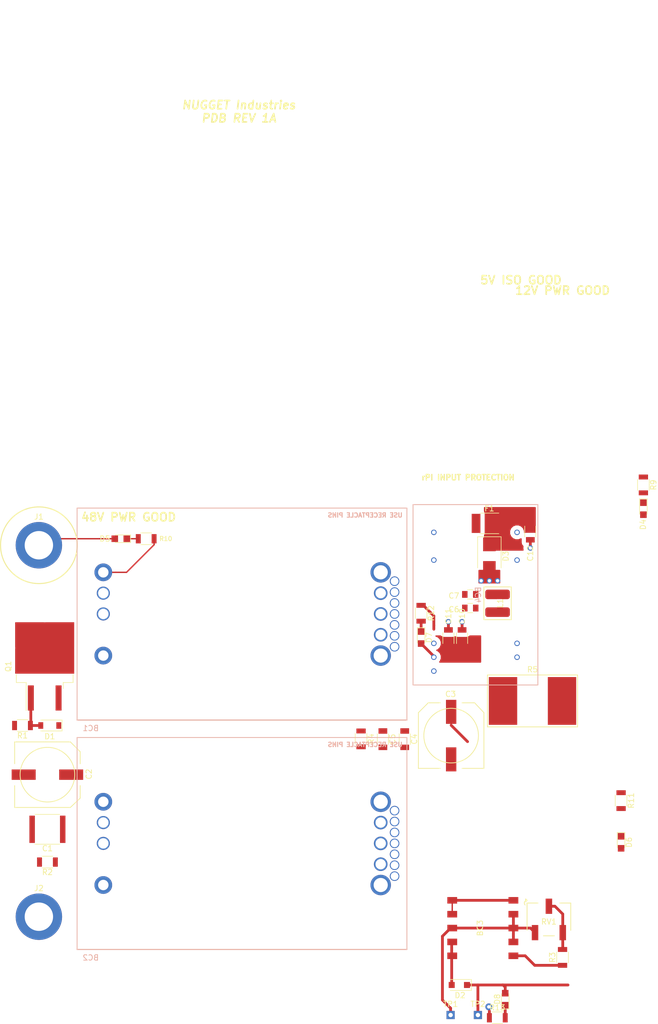
<source format=kicad_pcb>
(kicad_pcb (version 20171130) (host pcbnew "(5.0.0)")

  (general
    (thickness 1.6)
    (drawings 18)
    (tracks 63)
    (zones 0)
    (modules 40)
    (nets 45)
  )

  (page A4)
  (layers
    (0 F.Cu signal)
    (1 In1.Cu power hide)
    (2 In2.Cu power hide)
    (31 B.Cu signal)
    (32 B.Adhes user)
    (33 F.Adhes user)
    (34 B.Paste user)
    (35 F.Paste user)
    (36 B.SilkS user)
    (37 F.SilkS user)
    (38 B.Mask user)
    (39 F.Mask user)
    (40 Dwgs.User user)
    (41 Cmts.User user)
    (42 Eco1.User user)
    (43 Eco2.User user)
    (44 Edge.Cuts user)
    (45 Margin user)
    (46 B.CrtYd user)
    (47 F.CrtYd user)
    (48 B.Fab user)
    (49 F.Fab user hide)
  )

  (setup
    (last_trace_width 0.508)
    (trace_clearance 0.2)
    (zone_clearance 0.762)
    (zone_45_only no)
    (trace_min 0.2)
    (segment_width 0.2)
    (edge_width 0.1)
    (via_size 1)
    (via_drill 0.6)
    (via_min_size 0.4)
    (via_min_drill 0.3)
    (uvia_size 0.3)
    (uvia_drill 0.1)
    (uvias_allowed no)
    (uvia_min_size 0.2)
    (uvia_min_drill 0.1)
    (pcb_text_width 0.3)
    (pcb_text_size 1.5 1.5)
    (mod_edge_width 0.15)
    (mod_text_size 1 1)
    (mod_text_width 0.15)
    (pad_size 10.6 10.6)
    (pad_drill 5.3)
    (pad_to_mask_clearance 0)
    (aux_axis_origin 0 0)
    (visible_elements 7FFFFFFF)
    (pcbplotparams
      (layerselection 0x010fc_ffffffff)
      (usegerberextensions false)
      (usegerberattributes false)
      (usegerberadvancedattributes false)
      (creategerberjobfile false)
      (excludeedgelayer true)
      (linewidth 0.100000)
      (plotframeref false)
      (viasonmask false)
      (mode 1)
      (useauxorigin false)
      (hpglpennumber 1)
      (hpglpenspeed 20)
      (hpglpendiameter 15.000000)
      (psnegative false)
      (psa4output false)
      (plotreference true)
      (plotvalue true)
      (plotinvisibletext false)
      (padsonsilk false)
      (subtractmaskfromsilk false)
      (outputformat 1)
      (mirror false)
      (drillshape 1)
      (scaleselection 1)
      (outputdirectory ""))
  )

  (net 0 "")
  (net 1 Earth)
  (net 2 /VIN+)
  (net 3 GNDPWR)
  (net 4 "Net-(D1-Pad2)")
  (net 5 +48V)
  (net 6 +12P)
  (net 7 "Net-(BC1-Pad10)")
  (net 8 "Net-(BC1-Pad11)")
  (net 9 "Net-(BC1-Pad12)")
  (net 10 "Net-(BC1-Pad16)")
  (net 11 "Net-(BC1-Pad15)")
  (net 12 "Net-(BC1-Pad14)")
  (net 13 "Net-(BC1-Pad13)")
  (net 14 "Net-(BC1-Pad6)")
  (net 15 "Net-(BC1-Pad7)")
  (net 16 "Net-(BC1-Pad8)")
  (net 17 "Net-(BC1-Pad3)")
  (net 18 "Net-(BC2-Pad3)")
  (net 19 "Net-(BC2-Pad8)")
  (net 20 "Net-(BC2-Pad7)")
  (net 21 "Net-(BC2-Pad6)")
  (net 22 "Net-(BC2-Pad13)")
  (net 23 "Net-(BC2-Pad14)")
  (net 24 "Net-(BC2-Pad15)")
  (net 25 "Net-(BC2-Pad16)")
  (net 26 "Net-(BC2-Pad12)")
  (net 27 "Net-(BC2-Pad11)")
  (net 28 "Net-(BC2-Pad10)")
  (net 29 /VOUT)
  (net 30 +5V)
  (net 31 GNDS)
  (net 32 "Net-(D4-Pad1)")
  (net 33 "Net-(D5-Pad1)")
  (net 34 +5VP)
  (net 35 "Net-(D7-Pad1)")
  (net 36 "Net-(BC4-Pad1)")
  (net 37 "Net-(BC4-Pad22)")
  (net 38 5VPI)
  (net 39 "Net-(BC3-Pad4)")
  (net 40 "Net-(D6-Pad1)")
  (net 41 "Net-(D8-Pad1)")
  (net 42 "Net-(R3-Pad2)")
  (net 43 "Net-(BC3-Pad6)")
  (net 44 "Net-(BC4-Pad11)")

  (net_class Default "This is the default net class."
    (clearance 0.2)
    (trace_width 0.508)
    (via_dia 1)
    (via_drill 0.6)
    (uvia_dia 0.3)
    (uvia_drill 0.1)
    (add_net +5V)
    (add_net +5VP)
    (add_net /VIN+)
    (add_net 5VPI)
    (add_net GNDS)
    (add_net "Net-(BC1-Pad10)")
    (add_net "Net-(BC1-Pad11)")
    (add_net "Net-(BC1-Pad12)")
    (add_net "Net-(BC1-Pad13)")
    (add_net "Net-(BC1-Pad14)")
    (add_net "Net-(BC1-Pad15)")
    (add_net "Net-(BC1-Pad16)")
    (add_net "Net-(BC1-Pad3)")
    (add_net "Net-(BC1-Pad6)")
    (add_net "Net-(BC1-Pad7)")
    (add_net "Net-(BC1-Pad8)")
    (add_net "Net-(BC2-Pad10)")
    (add_net "Net-(BC2-Pad11)")
    (add_net "Net-(BC2-Pad12)")
    (add_net "Net-(BC2-Pad13)")
    (add_net "Net-(BC2-Pad14)")
    (add_net "Net-(BC2-Pad15)")
    (add_net "Net-(BC2-Pad16)")
    (add_net "Net-(BC2-Pad3)")
    (add_net "Net-(BC2-Pad6)")
    (add_net "Net-(BC2-Pad7)")
    (add_net "Net-(BC2-Pad8)")
    (add_net "Net-(BC3-Pad4)")
    (add_net "Net-(BC3-Pad6)")
    (add_net "Net-(BC4-Pad1)")
    (add_net "Net-(BC4-Pad11)")
    (add_net "Net-(BC4-Pad22)")
    (add_net "Net-(D1-Pad2)")
    (add_net "Net-(D4-Pad1)")
    (add_net "Net-(D5-Pad1)")
    (add_net "Net-(D6-Pad1)")
    (add_net "Net-(D7-Pad1)")
    (add_net "Net-(D8-Pad1)")
    (add_net "Net-(R3-Pad2)")
  )

  (net_class SIG ""
    (clearance 0.2)
    (trace_width 0.254)
    (via_dia 1)
    (via_drill 0.6)
    (uvia_dia 0.3)
    (uvia_drill 0.1)
    (add_net +12P)
  )

  (net_class big ""
    (clearance 0.762)
    (trace_width 0.254)
    (via_dia 1.27)
    (via_drill 0.64516)
    (uvia_dia 0.3)
    (uvia_drill 0.1)
    (add_net +48V)
    (add_net /VOUT)
    (add_net Earth)
    (add_net GNDPWR)
  )

  (module rov:DS_Q48SC12050 (layer B.Cu) (tedit 5B661610) (tstamp 5B65F66B)
    (at 35.5 101.5)
    (path /5B6126FF)
    (fp_text reference BC2 (at 2 2) (layer B.SilkS)
      (effects (font (size 1 1) (thickness 0.15)) (justify mirror))
    )
    (fp_text value DS_Q48SC12050NRII (at 6.5 -36.75) (layer B.Fab)
      (effects (font (size 1 1) (thickness 0.15)) (justify mirror))
    )
    (fp_line (start -0.5 -38.3) (end -0.5 0.5) (layer B.SilkS) (width 0.15))
    (fp_line (start 59.9 -38.3) (end -0.5 -38.3) (layer B.SilkS) (width 0.15))
    (fp_line (start 59.9 0.5) (end 59.9 -38.3) (layer B.SilkS) (width 0.15))
    (fp_line (start -0.5 0.5) (end 59.9 0.5) (layer B.SilkS) (width 0.2))
    (fp_text user "USE RECEPTACLE PINS" (at 52.25 -37) (layer B.SilkS)
      (effects (font (size 0.8 0.8) (thickness 0.2)) (justify mirror))
    )
    (fp_line (start 0 -37.8) (end 0 0) (layer B.Fab) (width 0.2))
    (fp_line (start 59.4 -37.8) (end 0 -37.8) (layer B.Fab) (width 0.2))
    (fp_line (start 59.4 0) (end 59.4 -37.8) (layer B.Fab) (width 0.2))
    (fp_line (start 0 0) (end 59.4 0) (layer B.Fab) (width 0.2))
    (pad 10 thru_hole circle (at 57.64 -24.92) (size 1.75 1.75) (drill 1.4) (layers *.Cu *.Mask)
      (net 28 "Net-(BC2-Pad10)"))
    (pad 11 thru_hole circle (at 57.64 -22.92) (size 1.75 1.75) (drill 1.4) (layers *.Cu *.Mask)
      (net 27 "Net-(BC2-Pad11)"))
    (pad 12 thru_hole circle (at 57.64 -20.92) (size 1.75 1.75) (drill 1.4) (layers *.Cu *.Mask)
      (net 26 "Net-(BC2-Pad12)"))
    (pad 16 thru_hole circle (at 57.64 -12.92) (size 1.75 1.75) (drill 1.4) (layers *.Cu *.Mask)
      (net 25 "Net-(BC2-Pad16)"))
    (pad 15 thru_hole circle (at 57.64 -14.92) (size 1.75 1.75) (drill 1.4) (layers *.Cu *.Mask)
      (net 24 "Net-(BC2-Pad15)"))
    (pad 14 thru_hole circle (at 57.64 -16.92) (size 1.75 1.75) (drill 1.4) (layers *.Cu *.Mask)
      (net 23 "Net-(BC2-Pad14)"))
    (pad 13 thru_hole circle (at 57.64 -18.92) (size 1.75 1.75) (drill 1.4) (layers *.Cu *.Mask)
      (net 22 "Net-(BC2-Pad13)"))
    (pad 5 thru_hole circle (at 55.1 -26.54) (size 3.75 3.75) (drill 2.59) (layers *.Cu *.Mask)
      (net 3 GNDPWR))
    (pad 6 thru_hole circle (at 55.1 -22.73) (size 2.5 2.5) (drill 1.905) (layers *.Cu *.Mask)
      (net 21 "Net-(BC2-Pad6)"))
    (pad 7 thru_hole circle (at 55.1 -18.92) (size 2.5 2.5) (drill 1.905) (layers *.Cu *.Mask)
      (net 20 "Net-(BC2-Pad7)"))
    (pad 8 thru_hole circle (at 55.1 -15.11) (size 2.5 2.5) (drill 1.905) (layers *.Cu *.Mask)
      (net 19 "Net-(BC2-Pad8)"))
    (pad 9 thru_hole circle (at 55.1 -11.3) (size 3.75 3.75) (drill 2.59) (layers *.Cu *.Mask)
      (net 29 /VOUT))
    (pad 4 thru_hole circle (at 4.3 -26.54) (size 3.25 3.25) (drill 1.905) (layers *.Cu *.Mask)
      (net 1 Earth))
    (pad 3 thru_hole circle (at 4.3 -22.73) (size 2.4 2.4) (drill 1.905) (layers *.Cu *.Mask)
      (net 18 "Net-(BC2-Pad3)"))
    (pad 2 thru_hole circle (at 4.3 -18.92) (size 2.4 2.4) (drill 1.905) (layers *.Cu *.Mask)
      (net 1 Earth))
    (pad 1 thru_hole circle (at 4.3 -11.3) (size 3.25 3.25) (drill 1.905) (layers *.Cu *.Mask)
      (net 2 /VIN+))
    (model C:/Users/zuckera/Dropbox/KICAD_ROV_LIB/rov.3dshapes/Q48SC12050_w_pins.STEP
      (offset (xyz 29.71799955368042 -18.92299971580506 1.269999980926514))
      (scale (xyz 1 1 1))
      (rotate (xyz -90 0 0))
    )
  )

  (module rov:PCR1J101MCL1GS (layer F.Cu) (tedit 5B660861) (tstamp 5B63ED00)
    (at 103.5 62.85)
    (path /5B63B2B5)
    (fp_text reference C3 (at -0.1 -7.6) (layer F.SilkS)
      (effects (font (size 1 1) (thickness 0.15)))
    )
    (fp_text value 330uF (at 0 7.7) (layer F.Fab)
      (effects (font (size 1 1) (thickness 0.15)))
    )
    (fp_circle (center 0 0) (end 5 0) (layer F.SilkS) (width 0.15))
    (fp_line (start -5.15 -4.45) (end -5.15 5.15) (layer F.Fab) (width 0.15))
    (fp_line (start -5.15 5.15) (end 5.15 5.15) (layer F.Fab) (width 0.15))
    (fp_line (start 5.15 5.15) (end 5.15 -4.45) (layer F.Fab) (width 0.15))
    (fp_line (start 4.45 -5.15) (end -4.45 -5.15) (layer F.Fab) (width 0.15))
    (fp_line (start -6 -4.2) (end -6 6) (layer F.SilkS) (width 0.15))
    (fp_line (start -6 6) (end -2 6) (layer F.SilkS) (width 0.15))
    (fp_line (start 2 6) (end 6 6) (layer F.SilkS) (width 0.15))
    (fp_line (start 6 6) (end 6 -4.2) (layer F.SilkS) (width 0.15))
    (fp_line (start 4.1 -6) (end 2 -6) (layer F.SilkS) (width 0.15))
    (fp_line (start 5.15 -4.45) (end 4.45 -5.15) (layer F.Fab) (width 0.15))
    (fp_line (start -5.15 -4.45) (end -4.45 -5.15) (layer F.Fab) (width 0.15))
    (fp_line (start -6 -4.2) (end -4.2 -6) (layer F.SilkS) (width 0.15))
    (fp_line (start -4.2 -6) (end -2 -6) (layer F.SilkS) (width 0.15))
    (fp_line (start 6 -4.2) (end 4.3 -6) (layer F.SilkS) (width 0.15))
    (fp_line (start 4.3 -6) (end 4.1 -6) (layer F.SilkS) (width 0.15))
    (pad 1 smd rect (at 0 -4.35) (size 1.9 4.4) (layers F.Cu F.Paste F.Mask)
      (net 29 /VOUT))
    (pad 2 smd rect (at 0 4.35 180) (size 1.9 4.4) (layers F.Cu F.Paste F.Mask)
      (net 3 GNDPWR))
    (model ${KISYS3DMOD}/Capacitor_SMD.3dshapes/CP_Elec_10x10.step
      (at (xyz 0 0 0))
      (scale (xyz 1 1 1))
      (rotate (xyz 0 0 90))
    )
  )

  (module Capacitors_SMD:C_2220 (layer F.Cu) (tedit 58AA8565) (tstamp 5B63ECD4)
    (at 29.567693 80 180)
    (descr "Capacitor SMD 2220, reflow soldering, AVX (see smccp.pdf)")
    (tags "capacitor 2220")
    (path /5B61C10C)
    (attr smd)
    (fp_text reference C1 (at 0 -3.5 180) (layer F.SilkS)
      (effects (font (size 1 1) (thickness 0.15)))
    )
    (fp_text value 10uF (at 0 3.75 180) (layer F.Fab)
      (effects (font (size 1 1) (thickness 0.15)))
    )
    (fp_text user %R (at 0 -3.5 180) (layer F.Fab)
      (effects (font (size 1 1) (thickness 0.15)))
    )
    (fp_line (start -2.75 2.5) (end -2.75 -2.5) (layer F.Fab) (width 0.1))
    (fp_line (start 2.75 2.5) (end -2.75 2.5) (layer F.Fab) (width 0.1))
    (fp_line (start 2.75 -2.5) (end 2.75 2.5) (layer F.Fab) (width 0.1))
    (fp_line (start -2.75 -2.5) (end 2.75 -2.5) (layer F.Fab) (width 0.1))
    (fp_line (start 2.3 -2.73) (end -2.3 -2.73) (layer F.SilkS) (width 0.12))
    (fp_line (start -2.3 2.73) (end 2.3 2.73) (layer F.SilkS) (width 0.12))
    (fp_line (start -3.55 -2.75) (end 3.55 -2.75) (layer F.CrtYd) (width 0.05))
    (fp_line (start -3.55 -2.75) (end -3.55 2.75) (layer F.CrtYd) (width 0.05))
    (fp_line (start 3.55 2.75) (end 3.55 -2.75) (layer F.CrtYd) (width 0.05))
    (fp_line (start 3.55 2.75) (end -3.55 2.75) (layer F.CrtYd) (width 0.05))
    (pad 1 smd rect (at -2.8 0 180) (size 1 5) (layers F.Cu F.Paste F.Mask)
      (net 2 /VIN+))
    (pad 2 smd rect (at 2.8 0 180) (size 1 5) (layers F.Cu F.Paste F.Mask)
      (net 1 Earth))
    (model Capacitors_SMD.3dshapes/C_2220.wrl
      (at (xyz 0 0 0))
      (scale (xyz 1 1 1))
      (rotate (xyz 0 0 0))
    )
  )

  (module rov:DS_Q48SC12050 (layer B.Cu) (tedit 5B661610) (tstamp 5B63F345)
    (at 35.5 59.5)
    (path /5B611AD7)
    (fp_text reference BC1 (at 2 2) (layer B.SilkS)
      (effects (font (size 1 1) (thickness 0.15)) (justify mirror))
    )
    (fp_text value DS_Q48SC12050NRII (at 6.5 -36.75) (layer B.Fab)
      (effects (font (size 1 1) (thickness 0.15)) (justify mirror))
    )
    (fp_line (start -0.5 -38.3) (end -0.5 0.5) (layer B.SilkS) (width 0.15))
    (fp_line (start 59.9 -38.3) (end -0.5 -38.3) (layer B.SilkS) (width 0.15))
    (fp_line (start 59.9 0.5) (end 59.9 -38.3) (layer B.SilkS) (width 0.15))
    (fp_line (start -0.5 0.5) (end 59.9 0.5) (layer B.SilkS) (width 0.2))
    (fp_text user "USE RECEPTACLE PINS" (at 52.25 -37) (layer B.SilkS)
      (effects (font (size 0.8 0.8) (thickness 0.2)) (justify mirror))
    )
    (fp_line (start 0 -37.8) (end 0 0) (layer B.Fab) (width 0.2))
    (fp_line (start 59.4 -37.8) (end 0 -37.8) (layer B.Fab) (width 0.2))
    (fp_line (start 59.4 0) (end 59.4 -37.8) (layer B.Fab) (width 0.2))
    (fp_line (start 0 0) (end 59.4 0) (layer B.Fab) (width 0.2))
    (pad 10 thru_hole circle (at 57.64 -24.92) (size 1.75 1.75) (drill 1.4) (layers *.Cu *.Mask)
      (net 7 "Net-(BC1-Pad10)"))
    (pad 11 thru_hole circle (at 57.64 -22.92) (size 1.75 1.75) (drill 1.4) (layers *.Cu *.Mask)
      (net 8 "Net-(BC1-Pad11)"))
    (pad 12 thru_hole circle (at 57.64 -20.92) (size 1.75 1.75) (drill 1.4) (layers *.Cu *.Mask)
      (net 9 "Net-(BC1-Pad12)"))
    (pad 16 thru_hole circle (at 57.64 -12.92) (size 1.75 1.75) (drill 1.4) (layers *.Cu *.Mask)
      (net 10 "Net-(BC1-Pad16)"))
    (pad 15 thru_hole circle (at 57.64 -14.92) (size 1.75 1.75) (drill 1.4) (layers *.Cu *.Mask)
      (net 11 "Net-(BC1-Pad15)"))
    (pad 14 thru_hole circle (at 57.64 -16.92) (size 1.75 1.75) (drill 1.4) (layers *.Cu *.Mask)
      (net 12 "Net-(BC1-Pad14)"))
    (pad 13 thru_hole circle (at 57.64 -18.92) (size 1.75 1.75) (drill 1.4) (layers *.Cu *.Mask)
      (net 13 "Net-(BC1-Pad13)"))
    (pad 5 thru_hole circle (at 55.1 -26.54) (size 3.75 3.75) (drill 2.59) (layers *.Cu *.Mask)
      (net 3 GNDPWR))
    (pad 6 thru_hole circle (at 55.1 -22.73) (size 2.5 2.5) (drill 1.905) (layers *.Cu *.Mask)
      (net 14 "Net-(BC1-Pad6)"))
    (pad 7 thru_hole circle (at 55.1 -18.92) (size 2.5 2.5) (drill 1.905) (layers *.Cu *.Mask)
      (net 15 "Net-(BC1-Pad7)"))
    (pad 8 thru_hole circle (at 55.1 -15.11) (size 2.5 2.5) (drill 1.905) (layers *.Cu *.Mask)
      (net 16 "Net-(BC1-Pad8)"))
    (pad 9 thru_hole circle (at 55.1 -11.3) (size 3.75 3.75) (drill 2.59) (layers *.Cu *.Mask)
      (net 29 /VOUT))
    (pad 4 thru_hole circle (at 4.3 -26.54) (size 3.25 3.25) (drill 1.905) (layers *.Cu *.Mask)
      (net 1 Earth))
    (pad 3 thru_hole circle (at 4.3 -22.73) (size 2.4 2.4) (drill 1.905) (layers *.Cu *.Mask)
      (net 17 "Net-(BC1-Pad3)"))
    (pad 2 thru_hole circle (at 4.3 -18.92) (size 2.4 2.4) (drill 1.905) (layers *.Cu *.Mask)
      (net 1 Earth))
    (pad 1 thru_hole circle (at 4.3 -11.3) (size 3.25 3.25) (drill 1.905) (layers *.Cu *.Mask)
      (net 2 /VIN+))
    (model C:/Users/zuckera/Dropbox/KICAD_ROV_LIB/rov.3dshapes/Q48SC12050_w_pins.STEP
      (offset (xyz 29.71799955368042 -18.92299971580506 1.269999980926514))
      (scale (xyz 1 1 1))
      (rotate (xyz -90 0 0))
    )
  )

  (module rov:PCR1J101MCL1GS (layer F.Cu) (tedit 5B660861) (tstamp 5B63ECEA)
    (at 29.567693 70 270)
    (path /5B611DC6)
    (fp_text reference C2 (at -0.1 -7.6 270) (layer F.SilkS)
      (effects (font (size 1 1) (thickness 0.15)))
    )
    (fp_text value 100uF (at 0 7.7 270) (layer F.Fab)
      (effects (font (size 1 1) (thickness 0.15)))
    )
    (fp_circle (center 0 0) (end 5 0) (layer F.SilkS) (width 0.15))
    (fp_line (start -5.15 -4.45) (end -5.15 5.15) (layer F.Fab) (width 0.15))
    (fp_line (start -5.15 5.15) (end 5.15 5.15) (layer F.Fab) (width 0.15))
    (fp_line (start 5.15 5.15) (end 5.15 -4.45) (layer F.Fab) (width 0.15))
    (fp_line (start 4.45 -5.15) (end -4.45 -5.15) (layer F.Fab) (width 0.15))
    (fp_line (start -6 -4.2) (end -6 6) (layer F.SilkS) (width 0.15))
    (fp_line (start -6 6) (end -2 6) (layer F.SilkS) (width 0.15))
    (fp_line (start 2 6) (end 6 6) (layer F.SilkS) (width 0.15))
    (fp_line (start 6 6) (end 6 -4.2) (layer F.SilkS) (width 0.15))
    (fp_line (start 4.1 -6) (end 2 -6) (layer F.SilkS) (width 0.15))
    (fp_line (start 5.15 -4.45) (end 4.45 -5.15) (layer F.Fab) (width 0.15))
    (fp_line (start -5.15 -4.45) (end -4.45 -5.15) (layer F.Fab) (width 0.15))
    (fp_line (start -6 -4.2) (end -4.2 -6) (layer F.SilkS) (width 0.15))
    (fp_line (start -4.2 -6) (end -2 -6) (layer F.SilkS) (width 0.15))
    (fp_line (start 6 -4.2) (end 4.3 -6) (layer F.SilkS) (width 0.15))
    (fp_line (start 4.3 -6) (end 4.1 -6) (layer F.SilkS) (width 0.15))
    (pad 1 smd rect (at 0 -4.35 270) (size 1.9 4.4) (layers F.Cu F.Paste F.Mask)
      (net 2 /VIN+))
    (pad 2 smd rect (at 0 4.35 90) (size 1.9 4.4) (layers F.Cu F.Paste F.Mask)
      (net 1 Earth))
    (model ${KISYS3DMOD}/Capacitor_SMD.3dshapes/CP_Elec_10x10.step
      (at (xyz 0 0 0))
      (scale (xyz 1 1 1))
      (rotate (xyz 0 0 90))
    )
  )

  (module Capacitors_SMD:C_1206 (layer F.Cu) (tedit 58AA84B8) (tstamp 5B660758)
    (at 95 63.5 270)
    (descr "Capacitor SMD 1206, reflow soldering, AVX (see smccp.pdf)")
    (tags "capacitor 1206")
    (path /5B61F11B)
    (attr smd)
    (fp_text reference C4 (at 0 -1.75 270) (layer F.SilkS)
      (effects (font (size 1 1) (thickness 0.15)))
    )
    (fp_text value 10uF (at 0 2 270) (layer F.Fab)
      (effects (font (size 1 1) (thickness 0.15)))
    )
    (fp_text user %R (at 0 -1.75 270) (layer F.Fab)
      (effects (font (size 1 1) (thickness 0.15)))
    )
    (fp_line (start -1.6 0.8) (end -1.6 -0.8) (layer F.Fab) (width 0.1))
    (fp_line (start 1.6 0.8) (end -1.6 0.8) (layer F.Fab) (width 0.1))
    (fp_line (start 1.6 -0.8) (end 1.6 0.8) (layer F.Fab) (width 0.1))
    (fp_line (start -1.6 -0.8) (end 1.6 -0.8) (layer F.Fab) (width 0.1))
    (fp_line (start 1 -1.02) (end -1 -1.02) (layer F.SilkS) (width 0.12))
    (fp_line (start -1 1.02) (end 1 1.02) (layer F.SilkS) (width 0.12))
    (fp_line (start -2.25 -1.05) (end 2.25 -1.05) (layer F.CrtYd) (width 0.05))
    (fp_line (start -2.25 -1.05) (end -2.25 1.05) (layer F.CrtYd) (width 0.05))
    (fp_line (start 2.25 1.05) (end 2.25 -1.05) (layer F.CrtYd) (width 0.05))
    (fp_line (start 2.25 1.05) (end -2.25 1.05) (layer F.CrtYd) (width 0.05))
    (pad 1 smd rect (at -1.5 0 270) (size 1 1.6) (layers F.Cu F.Paste F.Mask)
      (net 29 /VOUT))
    (pad 2 smd rect (at 1.5 0 270) (size 1 1.6) (layers F.Cu F.Paste F.Mask)
      (net 3 GNDPWR))
    (model Capacitors_SMD.3dshapes/C_1206.wrl
      (at (xyz 0 0 0))
      (scale (xyz 1 1 1))
      (rotate (xyz 0 0 0))
    )
  )

  (module Capacitors_SMD:C_1206 (layer F.Cu) (tedit 58AA84B8) (tstamp 5B660788)
    (at 91 63.5 270)
    (descr "Capacitor SMD 1206, reflow soldering, AVX (see smccp.pdf)")
    (tags "capacitor 1206")
    (path /5B620E65)
    (attr smd)
    (fp_text reference C5 (at 0 -1.75 270) (layer F.SilkS)
      (effects (font (size 1 1) (thickness 0.15)))
    )
    (fp_text value 1uF (at 0 -3 270) (layer F.Fab)
      (effects (font (size 1 1) (thickness 0.15)))
    )
    (fp_text user %R (at 0 -1.75 270) (layer F.Fab)
      (effects (font (size 1 1) (thickness 0.15)))
    )
    (fp_line (start -1.6 0.8) (end -1.6 -0.8) (layer F.Fab) (width 0.1))
    (fp_line (start 1.6 0.8) (end -1.6 0.8) (layer F.Fab) (width 0.1))
    (fp_line (start 1.6 -0.8) (end 1.6 0.8) (layer F.Fab) (width 0.1))
    (fp_line (start -1.6 -0.8) (end 1.6 -0.8) (layer F.Fab) (width 0.1))
    (fp_line (start 1 -1.02) (end -1 -1.02) (layer F.SilkS) (width 0.12))
    (fp_line (start -1 1.02) (end 1 1.02) (layer F.SilkS) (width 0.12))
    (fp_line (start -2.25 -1.05) (end 2.25 -1.05) (layer F.CrtYd) (width 0.05))
    (fp_line (start -2.25 -1.05) (end -2.25 1.05) (layer F.CrtYd) (width 0.05))
    (fp_line (start 2.25 1.05) (end 2.25 -1.05) (layer F.CrtYd) (width 0.05))
    (fp_line (start 2.25 1.05) (end -2.25 1.05) (layer F.CrtYd) (width 0.05))
    (pad 1 smd rect (at -1.5 0 270) (size 1 1.6) (layers F.Cu F.Paste F.Mask)
      (net 29 /VOUT))
    (pad 2 smd rect (at 1.5 0 270) (size 1 1.6) (layers F.Cu F.Paste F.Mask)
      (net 3 GNDPWR))
    (model Capacitors_SMD.3dshapes/C_1206.wrl
      (at (xyz 0 0 0))
      (scale (xyz 1 1 1))
      (rotate (xyz 0 0 0))
    )
  )

  (module Diodes_SMD:D_SOD-123 (layer F.Cu) (tedit 58645DC7) (tstamp 5B63ED3B)
    (at 30 61 180)
    (descr SOD-123)
    (tags SOD-123)
    (path /5B63225A)
    (attr smd)
    (fp_text reference D1 (at 0 -2 180) (layer F.SilkS)
      (effects (font (size 1 1) (thickness 0.15)))
    )
    (fp_text value 12V (at 0 2.1 180) (layer F.Fab)
      (effects (font (size 1 1) (thickness 0.15)))
    )
    (fp_text user %R (at 0 -2 180) (layer F.Fab)
      (effects (font (size 1 1) (thickness 0.15)))
    )
    (fp_line (start -2.25 -1) (end -2.25 1) (layer F.SilkS) (width 0.12))
    (fp_line (start 0.25 0) (end 0.75 0) (layer F.Fab) (width 0.1))
    (fp_line (start 0.25 0.4) (end -0.35 0) (layer F.Fab) (width 0.1))
    (fp_line (start 0.25 -0.4) (end 0.25 0.4) (layer F.Fab) (width 0.1))
    (fp_line (start -0.35 0) (end 0.25 -0.4) (layer F.Fab) (width 0.1))
    (fp_line (start -0.35 0) (end -0.35 0.55) (layer F.Fab) (width 0.1))
    (fp_line (start -0.35 0) (end -0.35 -0.55) (layer F.Fab) (width 0.1))
    (fp_line (start -0.75 0) (end -0.35 0) (layer F.Fab) (width 0.1))
    (fp_line (start -1.4 0.9) (end -1.4 -0.9) (layer F.Fab) (width 0.1))
    (fp_line (start 1.4 0.9) (end -1.4 0.9) (layer F.Fab) (width 0.1))
    (fp_line (start 1.4 -0.9) (end 1.4 0.9) (layer F.Fab) (width 0.1))
    (fp_line (start -1.4 -0.9) (end 1.4 -0.9) (layer F.Fab) (width 0.1))
    (fp_line (start -2.35 -1.15) (end 2.35 -1.15) (layer F.CrtYd) (width 0.05))
    (fp_line (start 2.35 -1.15) (end 2.35 1.15) (layer F.CrtYd) (width 0.05))
    (fp_line (start 2.35 1.15) (end -2.35 1.15) (layer F.CrtYd) (width 0.05))
    (fp_line (start -2.35 -1.15) (end -2.35 1.15) (layer F.CrtYd) (width 0.05))
    (fp_line (start -2.25 1) (end 1.65 1) (layer F.SilkS) (width 0.12))
    (fp_line (start -2.25 -1) (end 1.65 -1) (layer F.SilkS) (width 0.12))
    (pad 1 smd rect (at -1.65 0 180) (size 0.9 1.2) (layers F.Cu F.Paste F.Mask)
      (net 2 /VIN+))
    (pad 2 smd rect (at 1.65 0 180) (size 0.9 1.2) (layers F.Cu F.Paste F.Mask)
      (net 4 "Net-(D1-Pad2)"))
    (model ${KISYS3DMOD}/Diodes_SMD.3dshapes/D_SOD-123.wrl
      (at (xyz 0 0 0))
      (scale (xyz 1 1 1))
      (rotate (xyz 0 0 0))
    )
  )

  (module TO_SOT_Packages_SMD:TO-263-2 (layer F.Cu) (tedit 590079C0) (tstamp 5B63EDF3)
    (at 29.067693 50.184027 90)
    (descr "TO-263 / D2PAK / DDPAK SMD package, http://www.infineon.com/cms/en/product/packages/PG-TO263/PG-TO263-3-1/")
    (tags "D2PAK DDPAK TO-263 D2PAK-3 TO-263-3 SOT-404")
    (path /5B6318C5)
    (attr smd)
    (fp_text reference Q1 (at 0 -6.65 90) (layer F.SilkS)
      (effects (font (size 1 1) (thickness 0.15)))
    )
    (fp_text value Q_PMOS_GDS (at 0 6.65 90) (layer F.Fab)
      (effects (font (size 1 1) (thickness 0.15)))
    )
    (fp_line (start 6.5 -5) (end 7.5 -5) (layer F.Fab) (width 0.1))
    (fp_line (start 7.5 -5) (end 7.5 5) (layer F.Fab) (width 0.1))
    (fp_line (start 7.5 5) (end 6.5 5) (layer F.Fab) (width 0.1))
    (fp_line (start 6.5 -5) (end 6.5 5) (layer F.Fab) (width 0.1))
    (fp_line (start 6.5 5) (end -2.75 5) (layer F.Fab) (width 0.1))
    (fp_line (start -2.75 5) (end -2.75 -4) (layer F.Fab) (width 0.1))
    (fp_line (start -2.75 -4) (end -1.75 -5) (layer F.Fab) (width 0.1))
    (fp_line (start -1.75 -5) (end 6.5 -5) (layer F.Fab) (width 0.1))
    (fp_line (start -2.75 -3.04) (end -7.45 -3.04) (layer F.Fab) (width 0.1))
    (fp_line (start -7.45 -3.04) (end -7.45 -2.04) (layer F.Fab) (width 0.1))
    (fp_line (start -7.45 -2.04) (end -2.75 -2.04) (layer F.Fab) (width 0.1))
    (fp_line (start -2.75 2.04) (end -7.45 2.04) (layer F.Fab) (width 0.1))
    (fp_line (start -7.45 2.04) (end -7.45 3.04) (layer F.Fab) (width 0.1))
    (fp_line (start -7.45 3.04) (end -2.75 3.04) (layer F.Fab) (width 0.1))
    (fp_line (start -1.45 -5.2) (end -2.95 -5.2) (layer F.SilkS) (width 0.12))
    (fp_line (start -2.95 -5.2) (end -2.95 -3.39) (layer F.SilkS) (width 0.12))
    (fp_line (start -2.95 -3.39) (end -8.075 -3.39) (layer F.SilkS) (width 0.12))
    (fp_line (start -1.45 5.2) (end -2.95 5.2) (layer F.SilkS) (width 0.12))
    (fp_line (start -2.95 5.2) (end -2.95 3.39) (layer F.SilkS) (width 0.12))
    (fp_line (start -2.95 3.39) (end -4.05 3.39) (layer F.SilkS) (width 0.12))
    (fp_line (start -8.32 -5.65) (end -8.32 5.65) (layer F.CrtYd) (width 0.05))
    (fp_line (start -8.32 5.65) (end 8.32 5.65) (layer F.CrtYd) (width 0.05))
    (fp_line (start 8.32 5.65) (end 8.32 -5.65) (layer F.CrtYd) (width 0.05))
    (fp_line (start 8.32 -5.65) (end -8.32 -5.65) (layer F.CrtYd) (width 0.05))
    (fp_text user %R (at 0 0 90) (layer F.Fab)
      (effects (font (size 1 1) (thickness 0.15)))
    )
    (pad 1 smd rect (at -5.775 -2.54 90) (size 4.6 1.1) (layers F.Cu F.Paste F.Mask)
      (net 4 "Net-(D1-Pad2)"))
    (pad 3 smd rect (at -5.775 2.54 90) (size 4.6 1.1) (layers F.Cu F.Paste F.Mask)
      (net 2 /VIN+))
    (pad 2 smd rect (at 3.375 0 90) (size 9.4 10.8) (layers F.Cu F.Mask)
      (net 5 +48V))
    (pad 2 smd rect (at 5.8 2.775 90) (size 4.55 5.25) (layers F.Cu F.Paste)
      (net 5 +48V))
    (pad 2 smd rect (at 0.95 -2.775 90) (size 4.55 5.25) (layers F.Cu F.Paste)
      (net 5 +48V))
    (pad 2 smd rect (at 5.8 -2.775 90) (size 4.55 5.25) (layers F.Cu F.Paste)
      (net 5 +48V))
    (pad 2 smd rect (at 0.95 2.775 90) (size 4.55 5.25) (layers F.Cu F.Paste)
      (net 5 +48V))
    (model ${KISYS3DMOD}/TO_SOT_Packages_SMD.3dshapes/TO-263-2.wrl
      (at (xyz 0 0 0))
      (scale (xyz 1 1 1))
      (rotate (xyz 0 0 0))
    )
  )

  (module Resistors_SMD:R_1206 (layer F.Cu) (tedit 58E0A804) (tstamp 5B63F6F0)
    (at 25 61 180)
    (descr "Resistor SMD 1206, reflow soldering, Vishay (see dcrcw.pdf)")
    (tags "resistor 1206")
    (path /5B636269)
    (attr smd)
    (fp_text reference R1 (at 0 -1.85 180) (layer F.SilkS)
      (effects (font (size 1 1) (thickness 0.15)))
    )
    (fp_text value 100K (at 0 1.95 180) (layer F.Fab)
      (effects (font (size 1 1) (thickness 0.15)))
    )
    (fp_text user %R (at 0 0 180) (layer F.Fab)
      (effects (font (size 0.7 0.7) (thickness 0.105)))
    )
    (fp_line (start -1.6 0.8) (end -1.6 -0.8) (layer F.Fab) (width 0.1))
    (fp_line (start 1.6 0.8) (end -1.6 0.8) (layer F.Fab) (width 0.1))
    (fp_line (start 1.6 -0.8) (end 1.6 0.8) (layer F.Fab) (width 0.1))
    (fp_line (start -1.6 -0.8) (end 1.6 -0.8) (layer F.Fab) (width 0.1))
    (fp_line (start 1 1.07) (end -1 1.07) (layer F.SilkS) (width 0.12))
    (fp_line (start -1 -1.07) (end 1 -1.07) (layer F.SilkS) (width 0.12))
    (fp_line (start -2.15 -1.11) (end 2.15 -1.11) (layer F.CrtYd) (width 0.05))
    (fp_line (start -2.15 -1.11) (end -2.15 1.1) (layer F.CrtYd) (width 0.05))
    (fp_line (start 2.15 1.1) (end 2.15 -1.11) (layer F.CrtYd) (width 0.05))
    (fp_line (start 2.15 1.1) (end -2.15 1.1) (layer F.CrtYd) (width 0.05))
    (pad 1 smd rect (at -1.45 0 180) (size 0.9 1.7) (layers F.Cu F.Paste F.Mask)
      (net 4 "Net-(D1-Pad2)"))
    (pad 2 smd rect (at 1.45 0 180) (size 0.9 1.7) (layers F.Cu F.Paste F.Mask)
      (net 1 Earth))
    (model ${KISYS3DMOD}/Resistors_SMD.3dshapes/R_1206.wrl
      (at (xyz 0 0 0))
      (scale (xyz 1 1 1))
      (rotate (xyz 0 0 0))
    )
  )

  (module Resistors_SMD:R_1206 (layer F.Cu) (tedit 58E0A804) (tstamp 5B65EB97)
    (at 29.567693 86 180)
    (descr "Resistor SMD 1206, reflow soldering, Vishay (see dcrcw.pdf)")
    (tags "resistor 1206")
    (path /5B611E46)
    (attr smd)
    (fp_text reference R2 (at 0 -1.85 180) (layer F.SilkS)
      (effects (font (size 1 1) (thickness 0.15)))
    )
    (fp_text value 12K (at 0 1.95 180) (layer F.Fab)
      (effects (font (size 1 1) (thickness 0.15)))
    )
    (fp_text user %R (at 0 0 180) (layer F.Fab)
      (effects (font (size 0.7 0.7) (thickness 0.105)))
    )
    (fp_line (start -1.6 0.8) (end -1.6 -0.8) (layer F.Fab) (width 0.1))
    (fp_line (start 1.6 0.8) (end -1.6 0.8) (layer F.Fab) (width 0.1))
    (fp_line (start 1.6 -0.8) (end 1.6 0.8) (layer F.Fab) (width 0.1))
    (fp_line (start -1.6 -0.8) (end 1.6 -0.8) (layer F.Fab) (width 0.1))
    (fp_line (start 1 1.07) (end -1 1.07) (layer F.SilkS) (width 0.12))
    (fp_line (start -1 -1.07) (end 1 -1.07) (layer F.SilkS) (width 0.12))
    (fp_line (start -2.15 -1.11) (end 2.15 -1.11) (layer F.CrtYd) (width 0.05))
    (fp_line (start -2.15 -1.11) (end -2.15 1.1) (layer F.CrtYd) (width 0.05))
    (fp_line (start 2.15 1.1) (end 2.15 -1.11) (layer F.CrtYd) (width 0.05))
    (fp_line (start 2.15 1.1) (end -2.15 1.1) (layer F.CrtYd) (width 0.05))
    (pad 1 smd rect (at -1.45 0 180) (size 0.9 1.7) (layers F.Cu F.Paste F.Mask)
      (net 2 /VIN+))
    (pad 2 smd rect (at 1.45 0 180) (size 0.9 1.7) (layers F.Cu F.Paste F.Mask)
      (net 1 Earth))
    (model ${KISYS3DMOD}/Resistors_SMD.3dshapes/R_1206.wrl
      (at (xyz 0 0 0))
      (scale (xyz 1 1 1))
      (rotate (xyz 0 0 0))
    )
  )

  (module Resistors_SMD:R_1206 (layer F.Cu) (tedit 58E0A804) (tstamp 5B63EE30)
    (at 87 63.45 270)
    (descr "Resistor SMD 1206, reflow soldering, Vishay (see dcrcw.pdf)")
    (tags "resistor 1206")
    (path /5B72ED4D)
    (attr smd)
    (fp_text reference R4 (at 0 -1.85 270) (layer F.SilkS)
      (effects (font (size 1 1) (thickness 0.15)))
    )
    (fp_text value 3.3K (at 0 1.95 270) (layer F.Fab)
      (effects (font (size 1 1) (thickness 0.15)))
    )
    (fp_text user %R (at 0 0 270) (layer F.Fab)
      (effects (font (size 0.7 0.7) (thickness 0.105)))
    )
    (fp_line (start -1.6 0.8) (end -1.6 -0.8) (layer F.Fab) (width 0.1))
    (fp_line (start 1.6 0.8) (end -1.6 0.8) (layer F.Fab) (width 0.1))
    (fp_line (start 1.6 -0.8) (end 1.6 0.8) (layer F.Fab) (width 0.1))
    (fp_line (start -1.6 -0.8) (end 1.6 -0.8) (layer F.Fab) (width 0.1))
    (fp_line (start 1 1.07) (end -1 1.07) (layer F.SilkS) (width 0.12))
    (fp_line (start -1 -1.07) (end 1 -1.07) (layer F.SilkS) (width 0.12))
    (fp_line (start -2.15 -1.11) (end 2.15 -1.11) (layer F.CrtYd) (width 0.05))
    (fp_line (start -2.15 -1.11) (end -2.15 1.1) (layer F.CrtYd) (width 0.05))
    (fp_line (start 2.15 1.1) (end 2.15 -1.11) (layer F.CrtYd) (width 0.05))
    (fp_line (start 2.15 1.1) (end -2.15 1.1) (layer F.CrtYd) (width 0.05))
    (pad 1 smd rect (at -1.45 0 270) (size 0.9 1.7) (layers F.Cu F.Paste F.Mask)
      (net 29 /VOUT))
    (pad 2 smd rect (at 1.45 0 270) (size 0.9 1.7) (layers F.Cu F.Paste F.Mask)
      (net 3 GNDPWR))
    (model ${KISYS3DMOD}/Resistors_SMD.3dshapes/R_1206.wrl
      (at (xyz 0 0 0))
      (scale (xyz 1 1 1))
      (rotate (xyz 0 0 0))
    )
  )

  (module Resistors_SMD:R_1206 (layer F.Cu) (tedit 58E0A804) (tstamp 5B6607DF)
    (at 138.705 16.96 270)
    (descr "Resistor SMD 1206, reflow soldering, Vishay (see dcrcw.pdf)")
    (tags "resistor 1206")
    (path /5BEB9C99)
    (attr smd)
    (fp_text reference R9 (at 0 -1.85 270) (layer F.SilkS)
      (effects (font (size 1 1) (thickness 0.15)))
    )
    (fp_text value 600 (at 0 1.95 270) (layer F.Fab)
      (effects (font (size 1 1) (thickness 0.15)))
    )
    (fp_text user %R (at 0 0 270) (layer F.Fab)
      (effects (font (size 0.7 0.7) (thickness 0.105)))
    )
    (fp_line (start -1.6 0.8) (end -1.6 -0.8) (layer F.Fab) (width 0.1))
    (fp_line (start 1.6 0.8) (end -1.6 0.8) (layer F.Fab) (width 0.1))
    (fp_line (start 1.6 -0.8) (end 1.6 0.8) (layer F.Fab) (width 0.1))
    (fp_line (start -1.6 -0.8) (end 1.6 -0.8) (layer F.Fab) (width 0.1))
    (fp_line (start 1 1.07) (end -1 1.07) (layer F.SilkS) (width 0.12))
    (fp_line (start -1 -1.07) (end 1 -1.07) (layer F.SilkS) (width 0.12))
    (fp_line (start -2.15 -1.11) (end 2.15 -1.11) (layer F.CrtYd) (width 0.05))
    (fp_line (start -2.15 -1.11) (end -2.15 1.1) (layer F.CrtYd) (width 0.05))
    (fp_line (start 2.15 1.1) (end 2.15 -1.11) (layer F.CrtYd) (width 0.05))
    (fp_line (start 2.15 1.1) (end -2.15 1.1) (layer F.CrtYd) (width 0.05))
    (pad 1 smd rect (at -1.45 0 270) (size 0.9 1.7) (layers F.Cu F.Paste F.Mask)
      (net 3 GNDPWR))
    (pad 2 smd rect (at 1.45 0 270) (size 0.9 1.7) (layers F.Cu F.Paste F.Mask)
      (net 32 "Net-(D4-Pad1)"))
    (model ${KISYS3DMOD}/Resistors_SMD.3dshapes/R_1206.wrl
      (at (xyz 0 0 0))
      (scale (xyz 1 1 1))
      (rotate (xyz 0 0 0))
    )
  )

  (module rov:7466004 (layer F.Cu) (tedit 5B660919) (tstamp 5B66294F)
    (at 28 28)
    (path /5B614AEE)
    (fp_text reference J1 (at 0 -5.2) (layer F.SilkS)
      (effects (font (size 1 1) (thickness 0.15)))
    )
    (fp_text value Conn_01x01 (at 0 5.2) (layer F.Fab)
      (effects (font (size 1 1) (thickness 0.15)))
    )
    (pad 1 thru_hole circle (at 0 0 180) (size 8.5 8.5) (drill 5.2) (layers *.Cu *.Mask)
      (net 5 +48V))
    (model "C:/Users/zuckera/Dropbox/KICAD_ROV_LIB/rov.3dshapes/7466004 (rev1).stp"
      (offset (xyz 0 0 -1))
      (scale (xyz 1 1 1))
      (rotate (xyz 0 90 0))
    )
  )

  (module rov:7466004 (layer F.Cu) (tedit 5B660919) (tstamp 5B662953)
    (at 28 96)
    (path /5B614B62)
    (fp_text reference J2 (at 0 -5.2) (layer F.SilkS)
      (effects (font (size 1 1) (thickness 0.15)))
    )
    (fp_text value Conn_01x01 (at 0 5.2) (layer F.Fab)
      (effects (font (size 1 1) (thickness 0.15)))
    )
    (pad 1 thru_hole circle (at 0 0 180) (size 8.5 8.5) (drill 5.2) (layers *.Cu *.Mask)
      (net 1 Earth))
    (model "C:/Users/zuckera/Dropbox/KICAD_ROV_LIB/rov.3dshapes/7466004 (rev1).stp"
      (offset (xyz 0 0 -1))
      (scale (xyz 1 1 1))
      (rotate (xyz 0 90 0))
    )
  )

  (module Capacitors_SMD:C_0805 (layer F.Cu) (tedit 58AA8463) (tstamp 5BEB208A)
    (at 107 39.5)
    (descr "Capacitor SMD 0805, reflow soldering, AVX (see smccp.pdf)")
    (tags "capacitor 0805")
    (path /5B729A16)
    (attr smd)
    (fp_text reference C6 (at -3 0.25) (layer F.SilkS)
      (effects (font (size 1 1) (thickness 0.15)))
    )
    (fp_text value 2.2uF (at 0 1.75) (layer F.Fab)
      (effects (font (size 1 1) (thickness 0.15)))
    )
    (fp_text user %R (at 0 -1.5) (layer F.Fab)
      (effects (font (size 1 1) (thickness 0.15)))
    )
    (fp_line (start -1 0.62) (end -1 -0.62) (layer F.Fab) (width 0.1))
    (fp_line (start 1 0.62) (end -1 0.62) (layer F.Fab) (width 0.1))
    (fp_line (start 1 -0.62) (end 1 0.62) (layer F.Fab) (width 0.1))
    (fp_line (start -1 -0.62) (end 1 -0.62) (layer F.Fab) (width 0.1))
    (fp_line (start 0.5 -0.85) (end -0.5 -0.85) (layer F.SilkS) (width 0.12))
    (fp_line (start -0.5 0.85) (end 0.5 0.85) (layer F.SilkS) (width 0.12))
    (fp_line (start -1.75 -0.88) (end 1.75 -0.88) (layer F.CrtYd) (width 0.05))
    (fp_line (start -1.75 -0.88) (end -1.75 0.87) (layer F.CrtYd) (width 0.05))
    (fp_line (start 1.75 0.87) (end 1.75 -0.88) (layer F.CrtYd) (width 0.05))
    (fp_line (start 1.75 0.87) (end -1.75 0.87) (layer F.CrtYd) (width 0.05))
    (pad 1 smd rect (at -1 0) (size 1 1.25) (layers F.Cu F.Paste F.Mask)
      (net 3 GNDPWR))
    (pad 2 smd rect (at 1 0) (size 1 1.25) (layers F.Cu F.Paste F.Mask)
      (net 6 +12P))
    (model Capacitors_SMD.3dshapes/C_0805.wrl
      (at (xyz 0 0 0))
      (scale (xyz 1 1 1))
      (rotate (xyz 0 0 0))
    )
  )

  (module Capacitors_SMD:C_0805 (layer F.Cu) (tedit 58AA8463) (tstamp 5B662A12)
    (at 107 37)
    (descr "Capacitor SMD 0805, reflow soldering, AVX (see smccp.pdf)")
    (tags "capacitor 0805")
    (path /5B729908)
    (attr smd)
    (fp_text reference C7 (at -3 0.25) (layer F.SilkS)
      (effects (font (size 1 1) (thickness 0.15)))
    )
    (fp_text value 2.2uF (at 0 1.75) (layer F.Fab)
      (effects (font (size 1 1) (thickness 0.15)))
    )
    (fp_text user %R (at 0 -1.5) (layer F.Fab)
      (effects (font (size 1 1) (thickness 0.15)))
    )
    (fp_line (start -1 0.62) (end -1 -0.62) (layer F.Fab) (width 0.1))
    (fp_line (start 1 0.62) (end -1 0.62) (layer F.Fab) (width 0.1))
    (fp_line (start 1 -0.62) (end 1 0.62) (layer F.Fab) (width 0.1))
    (fp_line (start -1 -0.62) (end 1 -0.62) (layer F.Fab) (width 0.1))
    (fp_line (start 0.5 -0.85) (end -0.5 -0.85) (layer F.SilkS) (width 0.12))
    (fp_line (start -0.5 0.85) (end 0.5 0.85) (layer F.SilkS) (width 0.12))
    (fp_line (start -1.75 -0.88) (end 1.75 -0.88) (layer F.CrtYd) (width 0.05))
    (fp_line (start -1.75 -0.88) (end -1.75 0.87) (layer F.CrtYd) (width 0.05))
    (fp_line (start 1.75 0.87) (end 1.75 -0.88) (layer F.CrtYd) (width 0.05))
    (fp_line (start 1.75 0.87) (end -1.75 0.87) (layer F.CrtYd) (width 0.05))
    (pad 1 smd rect (at -1 0) (size 1 1.25) (layers F.Cu F.Paste F.Mask)
      (net 3 GNDPWR))
    (pad 2 smd rect (at 1 0) (size 1 1.25) (layers F.Cu F.Paste F.Mask)
      (net 37 "Net-(BC4-Pad22)"))
    (model Capacitors_SMD.3dshapes/C_0805.wrl
      (at (xyz 0 0 0))
      (scale (xyz 1 1 1))
      (rotate (xyz 0 0 0))
    )
  )

  (module Capacitors_SMD:C_1206 (layer F.Cu) (tedit 58AA84B8) (tstamp 5B691D1F)
    (at 105.5 45 270)
    (descr "Capacitor SMD 1206, reflow soldering, AVX (see smccp.pdf)")
    (tags "capacitor 1206")
    (path /5B6A50E1)
    (attr smd)
    (fp_text reference C10 (at -4 0 270) (layer F.SilkS)
      (effects (font (size 1 1) (thickness 0.15)))
    )
    (fp_text value 10uF (at 0 2 270) (layer F.Fab)
      (effects (font (size 1 1) (thickness 0.15)))
    )
    (fp_text user %R (at 0 -1.75 270) (layer F.Fab)
      (effects (font (size 1 1) (thickness 0.15)))
    )
    (fp_line (start -1.6 0.8) (end -1.6 -0.8) (layer F.Fab) (width 0.1))
    (fp_line (start 1.6 0.8) (end -1.6 0.8) (layer F.Fab) (width 0.1))
    (fp_line (start 1.6 -0.8) (end 1.6 0.8) (layer F.Fab) (width 0.1))
    (fp_line (start -1.6 -0.8) (end 1.6 -0.8) (layer F.Fab) (width 0.1))
    (fp_line (start 1 -1.02) (end -1 -1.02) (layer F.SilkS) (width 0.12))
    (fp_line (start -1 1.02) (end 1 1.02) (layer F.SilkS) (width 0.12))
    (fp_line (start -2.25 -1.05) (end 2.25 -1.05) (layer F.CrtYd) (width 0.05))
    (fp_line (start -2.25 -1.05) (end -2.25 1.05) (layer F.CrtYd) (width 0.05))
    (fp_line (start 2.25 1.05) (end 2.25 -1.05) (layer F.CrtYd) (width 0.05))
    (fp_line (start 2.25 1.05) (end -2.25 1.05) (layer F.CrtYd) (width 0.05))
    (pad 1 smd rect (at -1.5 0 270) (size 1 1.6) (layers F.Cu F.Paste F.Mask)
      (net 31 GNDS))
    (pad 2 smd rect (at 1.5 0 270) (size 1 1.6) (layers F.Cu F.Paste F.Mask)
      (net 30 +5V))
    (model Capacitors_SMD.3dshapes/C_1206.wrl
      (at (xyz 0 0 0))
      (scale (xyz 1 1 1))
      (rotate (xyz 0 0 0))
    )
  )

  (module Capacitors_SMD:C_1206 (layer F.Cu) (tedit 58AA84B8) (tstamp 5B691D4F)
    (at 103 45 270)
    (descr "Capacitor SMD 1206, reflow soldering, AVX (see smccp.pdf)")
    (tags "capacitor 1206")
    (path /5B6A532A)
    (attr smd)
    (fp_text reference C11 (at -4 0 270) (layer F.SilkS)
      (effects (font (size 1 1) (thickness 0.15)))
    )
    (fp_text value 1uF (at 0 2 270) (layer F.Fab)
      (effects (font (size 1 1) (thickness 0.15)))
    )
    (fp_text user %R (at 0 -1.75 270) (layer F.Fab)
      (effects (font (size 1 1) (thickness 0.15)))
    )
    (fp_line (start -1.6 0.8) (end -1.6 -0.8) (layer F.Fab) (width 0.1))
    (fp_line (start 1.6 0.8) (end -1.6 0.8) (layer F.Fab) (width 0.1))
    (fp_line (start 1.6 -0.8) (end 1.6 0.8) (layer F.Fab) (width 0.1))
    (fp_line (start -1.6 -0.8) (end 1.6 -0.8) (layer F.Fab) (width 0.1))
    (fp_line (start 1 -1.02) (end -1 -1.02) (layer F.SilkS) (width 0.12))
    (fp_line (start -1 1.02) (end 1 1.02) (layer F.SilkS) (width 0.12))
    (fp_line (start -2.25 -1.05) (end 2.25 -1.05) (layer F.CrtYd) (width 0.05))
    (fp_line (start -2.25 -1.05) (end -2.25 1.05) (layer F.CrtYd) (width 0.05))
    (fp_line (start 2.25 1.05) (end 2.25 -1.05) (layer F.CrtYd) (width 0.05))
    (fp_line (start 2.25 1.05) (end -2.25 1.05) (layer F.CrtYd) (width 0.05))
    (pad 1 smd rect (at -1.5 0 270) (size 1 1.6) (layers F.Cu F.Paste F.Mask)
      (net 31 GNDS))
    (pad 2 smd rect (at 1.5 0 270) (size 1 1.6) (layers F.Cu F.Paste F.Mask)
      (net 30 +5V))
    (model Capacitors_SMD.3dshapes/C_1206.wrl
      (at (xyz 0 0 0))
      (scale (xyz 1 1 1))
      (rotate (xyz 0 0 0))
    )
  )

  (module Capacitors_SMD:C_1206 (layer F.Cu) (tedit 58AA84B8) (tstamp 5B69195C)
    (at 118 25.5 90)
    (descr "Capacitor SMD 1206, reflow soldering, AVX (see smccp.pdf)")
    (tags "capacitor 1206")
    (path /5B74C7DB)
    (attr smd)
    (fp_text reference C12 (at -4 0 90) (layer F.SilkS)
      (effects (font (size 1 1) (thickness 0.15)))
    )
    (fp_text value 47uF (at 0 2 90) (layer F.Fab)
      (effects (font (size 1 1) (thickness 0.15)))
    )
    (fp_text user %R (at 0 -1.75 90) (layer F.Fab)
      (effects (font (size 1 1) (thickness 0.15)))
    )
    (fp_line (start -1.6 0.8) (end -1.6 -0.8) (layer F.Fab) (width 0.1))
    (fp_line (start 1.6 0.8) (end -1.6 0.8) (layer F.Fab) (width 0.1))
    (fp_line (start 1.6 -0.8) (end 1.6 0.8) (layer F.Fab) (width 0.1))
    (fp_line (start -1.6 -0.8) (end 1.6 -0.8) (layer F.Fab) (width 0.1))
    (fp_line (start 1 -1.02) (end -1 -1.02) (layer F.SilkS) (width 0.12))
    (fp_line (start -1 1.02) (end 1 1.02) (layer F.SilkS) (width 0.12))
    (fp_line (start -2.25 -1.05) (end 2.25 -1.05) (layer F.CrtYd) (width 0.05))
    (fp_line (start -2.25 -1.05) (end -2.25 1.05) (layer F.CrtYd) (width 0.05))
    (fp_line (start 2.25 1.05) (end 2.25 -1.05) (layer F.CrtYd) (width 0.05))
    (fp_line (start 2.25 1.05) (end -2.25 1.05) (layer F.CrtYd) (width 0.05))
    (pad 1 smd rect (at -1.5 0 90) (size 1 1.6) (layers F.Cu F.Paste F.Mask)
      (net 31 GNDS))
    (pad 2 smd rect (at 1.5 0 90) (size 1 1.6) (layers F.Cu F.Paste F.Mask)
      (net 38 5VPI))
    (model Capacitors_SMD.3dshapes/C_1206.wrl
      (at (xyz 0 0 0))
      (scale (xyz 1 1 1))
      (rotate (xyz 0 0 0))
    )
  )

  (module Diodes_SMD:D_SMB (layer F.Cu) (tedit 58645DF3) (tstamp 5B691974)
    (at 110.5 30 270)
    (descr "Diode SMB (DO-214AA)")
    (tags "Diode SMB (DO-214AA)")
    (path /5B74C47B)
    (attr smd)
    (fp_text reference D3 (at 0 -3 270) (layer F.SilkS)
      (effects (font (size 1 1) (thickness 0.15)))
    )
    (fp_text value SMBJ5.0A-13-F (at 0 3.1 270) (layer F.Fab)
      (effects (font (size 1 1) (thickness 0.15)))
    )
    (fp_text user %R (at 0 -3 270) (layer F.Fab)
      (effects (font (size 1 1) (thickness 0.15)))
    )
    (fp_line (start -3.55 -2.15) (end -3.55 2.15) (layer F.SilkS) (width 0.12))
    (fp_line (start 2.3 2) (end -2.3 2) (layer F.Fab) (width 0.1))
    (fp_line (start -2.3 2) (end -2.3 -2) (layer F.Fab) (width 0.1))
    (fp_line (start 2.3 -2) (end 2.3 2) (layer F.Fab) (width 0.1))
    (fp_line (start 2.3 -2) (end -2.3 -2) (layer F.Fab) (width 0.1))
    (fp_line (start -3.65 -2.25) (end 3.65 -2.25) (layer F.CrtYd) (width 0.05))
    (fp_line (start 3.65 -2.25) (end 3.65 2.25) (layer F.CrtYd) (width 0.05))
    (fp_line (start 3.65 2.25) (end -3.65 2.25) (layer F.CrtYd) (width 0.05))
    (fp_line (start -3.65 2.25) (end -3.65 -2.25) (layer F.CrtYd) (width 0.05))
    (fp_line (start -0.64944 0.00102) (end -1.55114 0.00102) (layer F.Fab) (width 0.1))
    (fp_line (start 0.50118 0.00102) (end 1.4994 0.00102) (layer F.Fab) (width 0.1))
    (fp_line (start -0.64944 -0.79908) (end -0.64944 0.80112) (layer F.Fab) (width 0.1))
    (fp_line (start 0.50118 0.75032) (end 0.50118 -0.79908) (layer F.Fab) (width 0.1))
    (fp_line (start -0.64944 0.00102) (end 0.50118 0.75032) (layer F.Fab) (width 0.1))
    (fp_line (start -0.64944 0.00102) (end 0.50118 -0.79908) (layer F.Fab) (width 0.1))
    (fp_line (start -3.55 2.15) (end 2.15 2.15) (layer F.SilkS) (width 0.12))
    (fp_line (start -3.55 -2.15) (end 2.15 -2.15) (layer F.SilkS) (width 0.12))
    (pad 1 smd rect (at -2.15 0 270) (size 2.5 2.3) (layers F.Cu F.Paste F.Mask)
      (net 38 5VPI))
    (pad 2 smd rect (at 2.15 0 270) (size 2.5 2.3) (layers F.Cu F.Paste F.Mask)
      (net 31 GNDS))
    (model ${KISYS3DMOD}/Diodes_SMD.3dshapes/D_SMB.wrl
      (at (xyz 0 0 0))
      (scale (xyz 1 1 1))
      (rotate (xyz 0 0 0))
    )
  )

  (module Resistors_SMD:R_1812 (layer F.Cu) (tedit 58E0A804) (tstamp 5B691985)
    (at 110.5 24)
    (descr "Resistor SMD 1812, flow soldering, Panasonic (see ERJ12)")
    (tags "resistor 1812")
    (path /5B74C0C1)
    (attr smd)
    (fp_text reference F1 (at 0 -2.72) (layer F.SilkS)
      (effects (font (size 1 1) (thickness 0.15)))
    )
    (fp_text value MF-MSMF250/16X-2 (at 0 2.85) (layer F.Fab)
      (effects (font (size 1 1) (thickness 0.15)))
    )
    (fp_text user %R (at 0 0) (layer F.Fab)
      (effects (font (size 1 1) (thickness 0.15)))
    )
    (fp_line (start -2.25 1.6) (end -2.25 -1.6) (layer F.Fab) (width 0.1))
    (fp_line (start 2.25 1.6) (end -2.25 1.6) (layer F.Fab) (width 0.1))
    (fp_line (start 2.25 -1.6) (end 2.25 1.6) (layer F.Fab) (width 0.1))
    (fp_line (start -2.25 -1.6) (end 2.25 -1.6) (layer F.Fab) (width 0.1))
    (fp_line (start -1.73 1.88) (end 1.73 1.88) (layer F.SilkS) (width 0.12))
    (fp_line (start -1.73 -1.88) (end 1.73 -1.88) (layer F.SilkS) (width 0.12))
    (fp_line (start -3.49 -2) (end 3.49 -2) (layer F.CrtYd) (width 0.05))
    (fp_line (start -3.49 -2) (end -3.49 2) (layer F.CrtYd) (width 0.05))
    (fp_line (start 3.49 2) (end 3.49 -2) (layer F.CrtYd) (width 0.05))
    (fp_line (start 3.49 2) (end -3.49 2) (layer F.CrtYd) (width 0.05))
    (pad 1 smd rect (at -2.44 0) (size 1.6 3.5) (layers F.Cu F.Paste F.Mask)
      (net 30 +5V))
    (pad 2 smd rect (at 2.44 0) (size 1.6 3.5) (layers F.Cu F.Paste F.Mask)
      (net 38 5VPI))
    (model ${KISYS3DMOD}/Resistors_SMD.3dshapes/R_1812.wrl
      (at (xyz 0 0 0))
      (scale (xyz 1 1 1))
      (rotate (xyz 0 0 0))
    )
  )

  (module rov:SDE0403A-120M (layer F.Cu) (tedit 5B69152E) (tstamp 5B691CB9)
    (at 112 38.625 90)
    (path /5B729B26)
    (fp_text reference L1 (at 0 0.5 90) (layer F.SilkS)
      (effects (font (size 1 1) (thickness 0.15)))
    )
    (fp_text value 12uH (at 0 -0.5 90) (layer F.Fab)
      (effects (font (size 1 1) (thickness 0.15)))
    )
    (fp_line (start 3 -2.5) (end -3 -2.5) (layer F.SilkS) (width 0.15))
    (fp_line (start 3 2.5) (end 3 -2.5) (layer F.SilkS) (width 0.15))
    (fp_line (start -3 2.5) (end 3 2.5) (layer F.SilkS) (width 0.15))
    (fp_line (start -3 -2.5) (end -3 2.5) (layer F.SilkS) (width 0.15))
    (pad 2 smd roundrect (at 1.625 0 90) (size 1.75 4.5) (layers F.Cu F.Paste F.Mask) (roundrect_rratio 0.25)
      (net 37 "Net-(BC4-Pad22)"))
    (pad 1 smd roundrect (at -1.625 0 270) (size 1.75 4.5) (layers F.Cu F.Paste F.Mask) (roundrect_rratio 0.25)
      (net 6 +12P))
    (model C:/Users/zuckera/Dropbox/KICAD_ROV_LIB/rov.3dshapes/SDE0403A.STP
      (offset (xyz 0 0 3))
      (scale (xyz 1 1 1))
      (rotate (xyz 0 0 0))
    )
  )

  (module LEDs:LED_0805 (layer F.Cu) (tedit 59959803) (tstamp 5B692558)
    (at 138.705 21.31 270)
    (descr "LED 0805 smd package")
    (tags "LED led 0805 SMD smd SMT smt smdled SMDLED smtled SMTLED")
    (path /5BEB9C8A)
    (attr smd)
    (fp_text reference D4 (at 2.907141 0.0675 270) (layer F.SilkS)
      (effects (font (size 1 1) (thickness 0.15)))
    )
    (fp_text value LED (at 0 1.55 270) (layer F.Fab)
      (effects (font (size 1 1) (thickness 0.15)))
    )
    (fp_line (start -1.8 -0.7) (end -1.8 0.7) (layer F.SilkS) (width 0.12))
    (fp_line (start -0.4 -0.4) (end -0.4 0.4) (layer F.Fab) (width 0.1))
    (fp_line (start -0.4 0) (end 0.2 -0.4) (layer F.Fab) (width 0.1))
    (fp_line (start 0.2 0.4) (end -0.4 0) (layer F.Fab) (width 0.1))
    (fp_line (start 0.2 -0.4) (end 0.2 0.4) (layer F.Fab) (width 0.1))
    (fp_line (start 1 0.6) (end -1 0.6) (layer F.Fab) (width 0.1))
    (fp_line (start 1 -0.6) (end 1 0.6) (layer F.Fab) (width 0.1))
    (fp_line (start -1 -0.6) (end 1 -0.6) (layer F.Fab) (width 0.1))
    (fp_line (start -1 0.6) (end -1 -0.6) (layer F.Fab) (width 0.1))
    (fp_line (start -1.8 0.7) (end 1 0.7) (layer F.SilkS) (width 0.12))
    (fp_line (start -1.8 -0.7) (end 1 -0.7) (layer F.SilkS) (width 0.12))
    (fp_line (start 1.95 -0.85) (end 1.95 0.85) (layer F.CrtYd) (width 0.05))
    (fp_line (start 1.95 0.85) (end -1.95 0.85) (layer F.CrtYd) (width 0.05))
    (fp_line (start -1.95 0.85) (end -1.95 -0.85) (layer F.CrtYd) (width 0.05))
    (fp_line (start -1.95 -0.85) (end 1.95 -0.85) (layer F.CrtYd) (width 0.05))
    (fp_text user %R (at 0 -1.25 270) (layer F.Fab)
      (effects (font (size 0.4 0.4) (thickness 0.1)))
    )
    (pad 2 smd rect (at 1.1 0 90) (size 1.2 1.2) (layers F.Cu F.Paste F.Mask)
      (net 29 /VOUT))
    (pad 1 smd rect (at -1.1 0 90) (size 1.2 1.2) (layers F.Cu F.Paste F.Mask)
      (net 32 "Net-(D4-Pad1)"))
    (model ${KISYS3DMOD}/LEDs.3dshapes/LED_0805.wrl
      (at (xyz 0 0 0))
      (scale (xyz 1 1 1))
      (rotate (xyz 0 0 180))
    )
  )

  (module LEDs:LED_0805 (layer F.Cu) (tedit 59959803) (tstamp 5B69283A)
    (at 43 26.81 180)
    (descr "LED 0805 smd package")
    (tags "LED led 0805 SMD smd SMT smt smdled SMDLED smtled SMTLED")
    (path /5B7863DF)
    (attr smd)
    (fp_text reference D5 (at 2.907141 0 180) (layer F.SilkS)
      (effects (font (size 1 1) (thickness 0.15)))
    )
    (fp_text value LED (at 0 1.55 180) (layer F.Fab)
      (effects (font (size 1 1) (thickness 0.15)))
    )
    (fp_line (start -1.8 -0.7) (end -1.8 0.7) (layer F.SilkS) (width 0.12))
    (fp_line (start -0.4 -0.4) (end -0.4 0.4) (layer F.Fab) (width 0.1))
    (fp_line (start -0.4 0) (end 0.2 -0.4) (layer F.Fab) (width 0.1))
    (fp_line (start 0.2 0.4) (end -0.4 0) (layer F.Fab) (width 0.1))
    (fp_line (start 0.2 -0.4) (end 0.2 0.4) (layer F.Fab) (width 0.1))
    (fp_line (start 1 0.6) (end -1 0.6) (layer F.Fab) (width 0.1))
    (fp_line (start 1 -0.6) (end 1 0.6) (layer F.Fab) (width 0.1))
    (fp_line (start -1 -0.6) (end 1 -0.6) (layer F.Fab) (width 0.1))
    (fp_line (start -1 0.6) (end -1 -0.6) (layer F.Fab) (width 0.1))
    (fp_line (start -1.8 0.7) (end 1 0.7) (layer F.SilkS) (width 0.12))
    (fp_line (start -1.8 -0.7) (end 1 -0.7) (layer F.SilkS) (width 0.12))
    (fp_line (start 1.95 -0.85) (end 1.95 0.85) (layer F.CrtYd) (width 0.05))
    (fp_line (start 1.95 0.85) (end -1.95 0.85) (layer F.CrtYd) (width 0.05))
    (fp_line (start -1.95 0.85) (end -1.95 -0.85) (layer F.CrtYd) (width 0.05))
    (fp_line (start -1.95 -0.85) (end 1.95 -0.85) (layer F.CrtYd) (width 0.05))
    (fp_text user %R (at 0 -1.25 180) (layer F.Fab)
      (effects (font (size 0.4 0.4) (thickness 0.1)))
    )
    (pad 2 smd rect (at 1.1 0) (size 1.2 1.2) (layers F.Cu F.Paste F.Mask)
      (net 5 +48V))
    (pad 1 smd rect (at -1.1 0) (size 1.2 1.2) (layers F.Cu F.Paste F.Mask)
      (net 33 "Net-(D5-Pad1)"))
    (model ${KISYS3DMOD}/LEDs.3dshapes/LED_0805.wrl
      (at (xyz 0 0 0))
      (scale (xyz 1 1 1))
      (rotate (xyz 0 0 180))
    )
  )

  (module Resistors_SMD:R_1206 (layer F.Cu) (tedit 58E0A804) (tstamp 5B69284B)
    (at 47.65 26.81 180)
    (descr "Resistor SMD 1206, reflow soldering, Vishay (see dcrcw.pdf)")
    (tags "resistor 1206")
    (path /5B7863E8)
    (attr smd)
    (fp_text reference R10 (at -3.592859 0 180) (layer F.SilkS)
      (effects (font (size 0.8 0.8) (thickness 0.15)))
    )
    (fp_text value 2.4K (at 0 1.95 180) (layer F.Fab)
      (effects (font (size 1 1) (thickness 0.15)))
    )
    (fp_text user %R (at 0 0 180) (layer F.Fab)
      (effects (font (size 0.7 0.7) (thickness 0.105)))
    )
    (fp_line (start -1.6 0.8) (end -1.6 -0.8) (layer F.Fab) (width 0.1))
    (fp_line (start 1.6 0.8) (end -1.6 0.8) (layer F.Fab) (width 0.1))
    (fp_line (start 1.6 -0.8) (end 1.6 0.8) (layer F.Fab) (width 0.1))
    (fp_line (start -1.6 -0.8) (end 1.6 -0.8) (layer F.Fab) (width 0.1))
    (fp_line (start 1 1.07) (end -1 1.07) (layer F.SilkS) (width 0.12))
    (fp_line (start -1 -1.07) (end 1 -1.07) (layer F.SilkS) (width 0.12))
    (fp_line (start -2.15 -1.11) (end 2.15 -1.11) (layer F.CrtYd) (width 0.05))
    (fp_line (start -2.15 -1.11) (end -2.15 1.1) (layer F.CrtYd) (width 0.05))
    (fp_line (start 2.15 1.1) (end 2.15 -1.11) (layer F.CrtYd) (width 0.05))
    (fp_line (start 2.15 1.1) (end -2.15 1.1) (layer F.CrtYd) (width 0.05))
    (pad 1 smd rect (at -1.45 0 180) (size 0.9 1.7) (layers F.Cu F.Paste F.Mask)
      (net 1 Earth))
    (pad 2 smd rect (at 1.45 0 180) (size 0.9 1.7) (layers F.Cu F.Paste F.Mask)
      (net 33 "Net-(D5-Pad1)"))
    (model ${KISYS3DMOD}/Resistors_SMD.3dshapes/R_1206.wrl
      (at (xyz 0 0 0))
      (scale (xyz 1 1 1))
      (rotate (xyz 0 0 0))
    )
  )

  (module LEDs:LED_0805 (layer F.Cu) (tedit 59959803) (tstamp 5BEB0BE6)
    (at 98 44.9 270)
    (descr "LED 0805 smd package")
    (tags "LED led 0805 SMD smd SMT smt smdled SMDLED smtled SMTLED")
    (path /5B780D00)
    (attr smd)
    (fp_text reference D7 (at 0 -1.45 270) (layer F.SilkS)
      (effects (font (size 1 1) (thickness 0.15)))
    )
    (fp_text value LED (at 0 1.55 270) (layer F.Fab)
      (effects (font (size 1 1) (thickness 0.15)))
    )
    (fp_line (start -1.8 -0.7) (end -1.8 0.7) (layer F.SilkS) (width 0.12))
    (fp_line (start -0.4 -0.4) (end -0.4 0.4) (layer F.Fab) (width 0.1))
    (fp_line (start -0.4 0) (end 0.2 -0.4) (layer F.Fab) (width 0.1))
    (fp_line (start 0.2 0.4) (end -0.4 0) (layer F.Fab) (width 0.1))
    (fp_line (start 0.2 -0.4) (end 0.2 0.4) (layer F.Fab) (width 0.1))
    (fp_line (start 1 0.6) (end -1 0.6) (layer F.Fab) (width 0.1))
    (fp_line (start 1 -0.6) (end 1 0.6) (layer F.Fab) (width 0.1))
    (fp_line (start -1 -0.6) (end 1 -0.6) (layer F.Fab) (width 0.1))
    (fp_line (start -1 0.6) (end -1 -0.6) (layer F.Fab) (width 0.1))
    (fp_line (start -1.8 0.7) (end 1 0.7) (layer F.SilkS) (width 0.12))
    (fp_line (start -1.8 -0.7) (end 1 -0.7) (layer F.SilkS) (width 0.12))
    (fp_line (start 1.95 -0.85) (end 1.95 0.85) (layer F.CrtYd) (width 0.05))
    (fp_line (start 1.95 0.85) (end -1.95 0.85) (layer F.CrtYd) (width 0.05))
    (fp_line (start -1.95 0.85) (end -1.95 -0.85) (layer F.CrtYd) (width 0.05))
    (fp_line (start -1.95 -0.85) (end 1.95 -0.85) (layer F.CrtYd) (width 0.05))
    (fp_text user %R (at 0 -1.25 270) (layer F.Fab)
      (effects (font (size 0.4 0.4) (thickness 0.1)))
    )
    (pad 2 smd rect (at 1.1 0 90) (size 1.2 1.2) (layers F.Cu F.Paste F.Mask)
      (net 30 +5V))
    (pad 1 smd rect (at -1.1 0 90) (size 1.2 1.2) (layers F.Cu F.Paste F.Mask)
      (net 35 "Net-(D7-Pad1)"))
    (model ${KISYS3DMOD}/LEDs.3dshapes/LED_0805.wrl
      (at (xyz 0 0 0))
      (scale (xyz 1 1 1))
      (rotate (xyz 0 0 180))
    )
  )

  (module Resistors_SMD:R_1206 (layer F.Cu) (tedit 58E0A804) (tstamp 5B6D1F5B)
    (at 134.62 74.75 270)
    (descr "Resistor SMD 1206, reflow soldering, Vishay (see dcrcw.pdf)")
    (tags "resistor 1206")
    (path /5B644E66)
    (attr smd)
    (fp_text reference R11 (at 0 -1.85 270) (layer F.SilkS)
      (effects (font (size 1 1) (thickness 0.15)))
    )
    (fp_text value 600 (at 0 1.95 270) (layer F.Fab)
      (effects (font (size 1 1) (thickness 0.15)))
    )
    (fp_text user %R (at 0 0 270) (layer F.Fab)
      (effects (font (size 0.7 0.7) (thickness 0.105)))
    )
    (fp_line (start -1.6 0.8) (end -1.6 -0.8) (layer F.Fab) (width 0.1))
    (fp_line (start 1.6 0.8) (end -1.6 0.8) (layer F.Fab) (width 0.1))
    (fp_line (start 1.6 -0.8) (end 1.6 0.8) (layer F.Fab) (width 0.1))
    (fp_line (start -1.6 -0.8) (end 1.6 -0.8) (layer F.Fab) (width 0.1))
    (fp_line (start 1 1.07) (end -1 1.07) (layer F.SilkS) (width 0.12))
    (fp_line (start -1 -1.07) (end 1 -1.07) (layer F.SilkS) (width 0.12))
    (fp_line (start -2.15 -1.11) (end 2.15 -1.11) (layer F.CrtYd) (width 0.05))
    (fp_line (start -2.15 -1.11) (end -2.15 1.1) (layer F.CrtYd) (width 0.05))
    (fp_line (start 2.15 1.1) (end 2.15 -1.11) (layer F.CrtYd) (width 0.05))
    (fp_line (start 2.15 1.1) (end -2.15 1.1) (layer F.CrtYd) (width 0.05))
    (pad 1 smd rect (at -1.45 0 270) (size 0.9 1.7) (layers F.Cu F.Paste F.Mask)
      (net 3 GNDPWR))
    (pad 2 smd rect (at 1.45 0 270) (size 0.9 1.7) (layers F.Cu F.Paste F.Mask)
      (net 40 "Net-(D6-Pad1)"))
    (model ${KISYS3DMOD}/Resistors_SMD.3dshapes/R_1206.wrl
      (at (xyz 0 0 0))
      (scale (xyz 1 1 1))
      (rotate (xyz 0 0 0))
    )
  )

  (module Resistors_SMD:R_1206 (layer F.Cu) (tedit 58E0A804) (tstamp 5BEB0C20)
    (at 98 40.45 270)
    (descr "Resistor SMD 1206, reflow soldering, Vishay (see dcrcw.pdf)")
    (tags "resistor 1206")
    (path /5B780D0F)
    (attr smd)
    (fp_text reference R12 (at 0 -1.85 270) (layer F.SilkS)
      (effects (font (size 1 1) (thickness 0.15)))
    )
    (fp_text value 600 (at 0 1.95 270) (layer F.Fab)
      (effects (font (size 1 1) (thickness 0.15)))
    )
    (fp_text user %R (at 0 0 270) (layer F.Fab)
      (effects (font (size 0.7 0.7) (thickness 0.105)))
    )
    (fp_line (start -1.6 0.8) (end -1.6 -0.8) (layer F.Fab) (width 0.1))
    (fp_line (start 1.6 0.8) (end -1.6 0.8) (layer F.Fab) (width 0.1))
    (fp_line (start 1.6 -0.8) (end 1.6 0.8) (layer F.Fab) (width 0.1))
    (fp_line (start -1.6 -0.8) (end 1.6 -0.8) (layer F.Fab) (width 0.1))
    (fp_line (start 1 1.07) (end -1 1.07) (layer F.SilkS) (width 0.12))
    (fp_line (start -1 -1.07) (end 1 -1.07) (layer F.SilkS) (width 0.12))
    (fp_line (start -2.15 -1.11) (end 2.15 -1.11) (layer F.CrtYd) (width 0.05))
    (fp_line (start -2.15 -1.11) (end -2.15 1.1) (layer F.CrtYd) (width 0.05))
    (fp_line (start 2.15 1.1) (end 2.15 -1.11) (layer F.CrtYd) (width 0.05))
    (fp_line (start 2.15 1.1) (end -2.15 1.1) (layer F.CrtYd) (width 0.05))
    (pad 1 smd rect (at -1.45 0 270) (size 0.9 1.7) (layers F.Cu F.Paste F.Mask)
      (net 31 GNDS))
    (pad 2 smd rect (at 1.45 0 270) (size 0.9 1.7) (layers F.Cu F.Paste F.Mask)
      (net 35 "Net-(D7-Pad1)"))
    (model ${KISYS3DMOD}/Resistors_SMD.3dshapes/R_1206.wrl
      (at (xyz 0 0 0))
      (scale (xyz 1 1 1))
      (rotate (xyz 0 0 0))
    )
  )

  (module rov:3269W-1-204GLF (layer F.Cu) (tedit 5B6D1F4A) (tstamp 5B6D1F7D)
    (at 121.4 96.5)
    (path /5B7B246A)
    (fp_text reference RV1 (at 0 0.424999) (layer F.SilkS)
      (effects (font (size 1 1) (thickness 0.15)))
    )
    (fp_text value 200k (at 0 -0.5) (layer F.Fab)
      (effects (font (size 1 1) (thickness 0.15)))
    )
    (fp_line (start -4.25 -3.75) (end -4.25 -3.5) (layer F.SilkS) (width 0.15))
    (fp_line (start -4.25 -3.25) (end -4.25 -3.75) (layer F.SilkS) (width 0.15))
    (fp_line (start -4 -3.5) (end -4.25 -3.25) (layer F.SilkS) (width 0.15))
    (fp_line (start -4 -3.5) (end -4.25 -3.75) (layer F.SilkS) (width 0.15))
    (fp_arc (start -4 -3) (end -4 -3.5) (angle -135) (layer F.SilkS) (width 0.15))
    (fp_line (start -1 3) (end 1 3) (layer F.SilkS) (width 0.15))
    (fp_line (start -4 -3) (end -4 2) (layer F.SilkS) (width 0.15))
    (fp_line (start -2 -3) (end -4 -3) (layer F.SilkS) (width 0.15))
    (fp_line (start 4 -3) (end 4 2) (layer F.SilkS) (width 0.15))
    (fp_line (start 2 -3) (end 4 -3) (layer F.SilkS) (width 0.15))
    (pad 3 smd rect (at 2.54 2.415) (size 1.19 2.79) (layers F.Cu F.Paste F.Mask)
      (net 42 "Net-(R3-Pad2)"))
    (pad 1 smd rect (at -2.54 2.415) (size 1.19 2.79) (layers F.Cu F.Paste F.Mask)
      (net 3 GNDPWR))
    (pad 2 smd rect (at 0 -2.415) (size 1.19 2.79) (layers F.Cu F.Paste F.Mask)
      (net 42 "Net-(R3-Pad2)"))
    (model C:/Users/zuckera/Dropbox/KICAD_ROV_LIB/rov.3dshapes/3269W.stp
      (offset (xyz 0 2.5 1.5))
      (scale (xyz 1 1 1))
      (rotate (xyz 0 -90 180))
    )
  )

  (module LEDs:LED_0805 (layer F.Cu) (tedit 59959803) (tstamp 5BEB252B)
    (at 113.4 111.1 90)
    (descr "LED 0805 smd package")
    (tags "LED led 0805 SMD smd SMT smt smdled SMDLED smtled SMTLED")
    (path /5B852390)
    (attr smd)
    (fp_text reference D8 (at 0 -1.45 90) (layer F.SilkS)
      (effects (font (size 1 1) (thickness 0.15)))
    )
    (fp_text value LED (at 0 1.55 90) (layer F.Fab)
      (effects (font (size 1 1) (thickness 0.15)))
    )
    (fp_text user %R (at 0 -1.25 90) (layer F.Fab)
      (effects (font (size 0.4 0.4) (thickness 0.1)))
    )
    (fp_line (start -1.95 -0.85) (end 1.95 -0.85) (layer F.CrtYd) (width 0.05))
    (fp_line (start -1.95 0.85) (end -1.95 -0.85) (layer F.CrtYd) (width 0.05))
    (fp_line (start 1.95 0.85) (end -1.95 0.85) (layer F.CrtYd) (width 0.05))
    (fp_line (start 1.95 -0.85) (end 1.95 0.85) (layer F.CrtYd) (width 0.05))
    (fp_line (start -1.8 -0.7) (end 1 -0.7) (layer F.SilkS) (width 0.12))
    (fp_line (start -1.8 0.7) (end 1 0.7) (layer F.SilkS) (width 0.12))
    (fp_line (start -1 0.6) (end -1 -0.6) (layer F.Fab) (width 0.1))
    (fp_line (start -1 -0.6) (end 1 -0.6) (layer F.Fab) (width 0.1))
    (fp_line (start 1 -0.6) (end 1 0.6) (layer F.Fab) (width 0.1))
    (fp_line (start 1 0.6) (end -1 0.6) (layer F.Fab) (width 0.1))
    (fp_line (start 0.2 -0.4) (end 0.2 0.4) (layer F.Fab) (width 0.1))
    (fp_line (start 0.2 0.4) (end -0.4 0) (layer F.Fab) (width 0.1))
    (fp_line (start -0.4 0) (end 0.2 -0.4) (layer F.Fab) (width 0.1))
    (fp_line (start -0.4 -0.4) (end -0.4 0.4) (layer F.Fab) (width 0.1))
    (fp_line (start -1.8 -0.7) (end -1.8 0.7) (layer F.SilkS) (width 0.12))
    (pad 1 smd rect (at -1.1 0 270) (size 1.2 1.2) (layers F.Cu F.Paste F.Mask)
      (net 41 "Net-(D8-Pad1)"))
    (pad 2 smd rect (at 1.1 0 270) (size 1.2 1.2) (layers F.Cu F.Paste F.Mask)
      (net 34 +5VP))
    (model ${KISYS3DMOD}/LEDs.3dshapes/LED_0805.wrl
      (at (xyz 0 0 0))
      (scale (xyz 1 1 1))
      (rotate (xyz 0 0 180))
    )
  )

  (module Resistors_SMD:R_1206 (layer F.Cu) (tedit 58E0A804) (tstamp 5BEB253C)
    (at 111.95 114.5)
    (descr "Resistor SMD 1206, reflow soldering, Vishay (see dcrcw.pdf)")
    (tags "resistor 1206")
    (path /5B852399)
    (attr smd)
    (fp_text reference R13 (at 0 -1.85) (layer F.SilkS)
      (effects (font (size 1 1) (thickness 0.15)))
    )
    (fp_text value 600 (at 0 1.95) (layer F.Fab)
      (effects (font (size 1 1) (thickness 0.15)))
    )
    (fp_line (start 2.15 1.1) (end -2.15 1.1) (layer F.CrtYd) (width 0.05))
    (fp_line (start 2.15 1.1) (end 2.15 -1.11) (layer F.CrtYd) (width 0.05))
    (fp_line (start -2.15 -1.11) (end -2.15 1.1) (layer F.CrtYd) (width 0.05))
    (fp_line (start -2.15 -1.11) (end 2.15 -1.11) (layer F.CrtYd) (width 0.05))
    (fp_line (start -1 -1.07) (end 1 -1.07) (layer F.SilkS) (width 0.12))
    (fp_line (start 1 1.07) (end -1 1.07) (layer F.SilkS) (width 0.12))
    (fp_line (start -1.6 -0.8) (end 1.6 -0.8) (layer F.Fab) (width 0.1))
    (fp_line (start 1.6 -0.8) (end 1.6 0.8) (layer F.Fab) (width 0.1))
    (fp_line (start 1.6 0.8) (end -1.6 0.8) (layer F.Fab) (width 0.1))
    (fp_line (start -1.6 0.8) (end -1.6 -0.8) (layer F.Fab) (width 0.1))
    (fp_text user %R (at 0 0) (layer F.Fab)
      (effects (font (size 0.7 0.7) (thickness 0.105)))
    )
    (pad 2 smd rect (at 1.45 0) (size 0.9 1.7) (layers F.Cu F.Paste F.Mask)
      (net 41 "Net-(D8-Pad1)"))
    (pad 1 smd rect (at -1.45 0) (size 0.9 1.7) (layers F.Cu F.Paste F.Mask)
      (net 3 GNDPWR))
    (model ${KISYS3DMOD}/Resistors_SMD.3dshapes/R_1206.wrl
      (at (xyz 0 0 0))
      (scale (xyz 1 1 1))
      (rotate (xyz 0 0 0))
    )
  )

  (module rov:R78AA-1.0 (layer F.Cu) (tedit 5B6D2290) (tstamp 5BEB25EF)
    (at 109.3 98.08 270)
    (path /5B799DD4)
    (fp_text reference BC3 (at 0 0.5 270) (layer F.SilkS)
      (effects (font (size 1 1) (thickness 0.15)))
    )
    (fp_text value R-78AA-1.0 (at 0 -0.5 270) (layer F.Fab)
      (effects (font (size 1 1) (thickness 0.15)))
    )
    (pad 3 smd rect (at 0 5.6 270) (size 1.2 1.8) (layers F.Cu F.Paste F.Mask)
      (net 3 GNDPWR))
    (pad 4 smd rect (at 2.54 5.6 270) (size 1.2 1.8) (layers F.Cu F.Paste F.Mask)
      (net 39 "Net-(BC3-Pad4)"))
    (pad 5 smd rect (at 5.08 5.6 270) (size 1.2 1.8) (layers F.Cu F.Paste F.Mask)
      (net 39 "Net-(BC3-Pad4)"))
    (pad 1 smd rect (at -5.08 5.6 270) (size 1.2 1.8) (layers F.Cu F.Paste F.Mask)
      (net 6 +12P))
    (pad 2 smd rect (at -2.54 5.6 270) (size 1.2 1.8) (layers F.Cu F.Paste F.Mask)
      (net 6 +12P))
    (pad 10 smd rect (at -5.08 -5.6 90) (size 1.2 1.8) (layers F.Cu F.Paste F.Mask)
      (net 6 +12P))
    (pad 9 smd rect (at -2.54 -5.6 90) (size 1.2 1.8) (layers F.Cu F.Paste F.Mask)
      (net 3 GNDPWR))
    (pad 7 smd rect (at 2.54 -5.6 90) (size 1.2 1.8) (layers F.Cu F.Paste F.Mask)
      (net 3 GNDPWR))
    (pad 8 smd rect (at 0 -5.6 90) (size 1.2 1.8) (layers F.Cu F.Paste F.Mask)
      (net 3 GNDPWR))
    (pad 6 smd rect (at 5.08 -5.6 90) (size 1.2 1.8) (layers F.Cu F.Paste F.Mask)
      (net 43 "Net-(BC3-Pad6)"))
    (model C:/Users/zuckera/Dropbox/KICAD_ROV_LIB/rov.3dshapes/r78aa.STEP
      (offset (xyz 0 -4.190999937057495 4.825999927520752))
      (scale (xyz 1 1 1))
      (rotate (xyz 0 0 0))
    )
  )

  (module rov:JTF1524S05 (layer B.Cu) (tedit 5B6D0D3A) (tstamp 5BEB25FC)
    (at 107.95 37.264052 270)
    (path /5B708999)
    (fp_text reference BC4 (at -0.194052 -0.5 270) (layer B.SilkS)
      (effects (font (size 1 1) (thickness 0.15)) (justify mirror))
    )
    (fp_text value JTF1524S05 (at -0.194052 0.5 270) (layer B.Fab)
      (effects (font (size 1 1) (thickness 0.15)) (justify mirror))
    )
    (fp_line (start -16.704052 11.43) (end -16.704052 -11.43) (layer B.SilkS) (width 0.15))
    (fp_line (start -16.704052 -11.43) (end 16.315948 -11.43) (layer B.SilkS) (width 0.15))
    (fp_line (start 16.315948 -11.43) (end 16.315948 11.43) (layer B.SilkS) (width 0.15))
    (fp_line (start 16.315948 11.43) (end -16.704052 11.43) (layer B.SilkS) (width 0.15))
    (pad 2 thru_hole circle (at 11.235948 7.62 270) (size 1 1) (drill 0.65) (layers *.Cu *.Mask)
      (net 3 GNDPWR))
    (pad 3 thru_hole circle (at 8.695948 7.62 270) (size 1 1) (drill 0.65) (layers *.Cu *.Mask)
      (net 3 GNDPWR))
    (pad 1 thru_hole circle (at 13.775948 7.62 270) (size 1 1) (drill 0.65) (layers *.Cu *.Mask)
      (net 36 "Net-(BC4-Pad1)"))
    (pad 11 thru_hole circle (at -11.624052 7.62 270) (size 1 1) (drill 0.65) (layers *.Cu *.Mask)
      (net 44 "Net-(BC4-Pad11)"))
    (pad 9 thru_hole circle (at -6.544052 7.62 270) (size 1 1) (drill 0.65) (layers *.Cu *.Mask))
    (pad 14 thru_hole circle (at -11.624052 -7.62 270) (size 1 1) (drill 0.65) (layers *.Cu *.Mask)
      (net 30 +5V))
    (pad 16 thru_hole circle (at -6.544052 -7.62 270) (size 1 1) (drill 0.65) (layers *.Cu *.Mask)
      (net 31 GNDS))
    (pad 23 thru_hole circle (at 11.235948 -7.62 270) (size 1 1) (drill 0.65) (layers *.Cu *.Mask)
      (net 37 "Net-(BC4-Pad22)"))
    (pad 22 thru_hole circle (at 8.695948 -7.62 270) (size 1 1) (drill 0.65) (layers *.Cu *.Mask)
      (net 37 "Net-(BC4-Pad22)"))
    (model C:/Users/zuckera/Dropbox/KICAD_ROV_LIB/rov.3dshapes/JTF1524S05.STEP
      (at (xyz 0 0 0))
      (scale (xyz 1 1 1))
      (rotate (xyz -90 0 180))
    )
  )

  (module Diodes_SMD:D_SOD-123F (layer F.Cu) (tedit 587F7769) (tstamp 5BEB260C)
    (at 105 108.5 180)
    (descr D_SOD-123F)
    (tags D_SOD-123F)
    (path /5B7F8281)
    (attr smd)
    (fp_text reference D2 (at -0.127 -1.905 180) (layer F.SilkS)
      (effects (font (size 1 1) (thickness 0.15)))
    )
    (fp_text value D_Small_ALT (at 0 2.1 180) (layer F.Fab)
      (effects (font (size 1 1) (thickness 0.15)))
    )
    (fp_line (start -2.2 -1) (end 1.65 -1) (layer F.SilkS) (width 0.12))
    (fp_line (start -2.2 1) (end 1.65 1) (layer F.SilkS) (width 0.12))
    (fp_line (start -2.2 -1.15) (end -2.2 1.15) (layer F.CrtYd) (width 0.05))
    (fp_line (start 2.2 1.15) (end -2.2 1.15) (layer F.CrtYd) (width 0.05))
    (fp_line (start 2.2 -1.15) (end 2.2 1.15) (layer F.CrtYd) (width 0.05))
    (fp_line (start -2.2 -1.15) (end 2.2 -1.15) (layer F.CrtYd) (width 0.05))
    (fp_line (start -1.4 -0.9) (end 1.4 -0.9) (layer F.Fab) (width 0.1))
    (fp_line (start 1.4 -0.9) (end 1.4 0.9) (layer F.Fab) (width 0.1))
    (fp_line (start 1.4 0.9) (end -1.4 0.9) (layer F.Fab) (width 0.1))
    (fp_line (start -1.4 0.9) (end -1.4 -0.9) (layer F.Fab) (width 0.1))
    (fp_line (start -0.75 0) (end -0.35 0) (layer F.Fab) (width 0.1))
    (fp_line (start -0.35 0) (end -0.35 -0.55) (layer F.Fab) (width 0.1))
    (fp_line (start -0.35 0) (end -0.35 0.55) (layer F.Fab) (width 0.1))
    (fp_line (start -0.35 0) (end 0.25 -0.4) (layer F.Fab) (width 0.1))
    (fp_line (start 0.25 -0.4) (end 0.25 0.4) (layer F.Fab) (width 0.1))
    (fp_line (start 0.25 0.4) (end -0.35 0) (layer F.Fab) (width 0.1))
    (fp_line (start 0.25 0) (end 0.75 0) (layer F.Fab) (width 0.1))
    (fp_line (start -2.2 -1) (end -2.2 1) (layer F.SilkS) (width 0.12))
    (fp_text user %R (at -0.127 -1.905 180) (layer F.Fab)
      (effects (font (size 1 1) (thickness 0.15)))
    )
    (pad 2 smd rect (at 1.4 0 180) (size 1.1 1.1) (layers F.Cu F.Paste F.Mask)
      (net 39 "Net-(BC3-Pad4)"))
    (pad 1 smd rect (at -1.4 0 180) (size 1.1 1.1) (layers F.Cu F.Paste F.Mask)
      (net 34 +5VP))
    (model ${KISYS3DMOD}/Diodes_SMD.3dshapes/D_SOD-123F.wrl
      (at (xyz 0 0 0))
      (scale (xyz 1 1 1))
      (rotate (xyz 0 0 0))
    )
  )

  (module LEDs:LED_0805 (layer F.Cu) (tedit 59959803) (tstamp 5BEB2624)
    (at 134.62 82.38 270)
    (descr "LED 0805 smd package")
    (tags "LED led 0805 SMD smd SMT smt smdled SMDLED smtled SMTLED")
    (path /5B63E94A)
    (attr smd)
    (fp_text reference D6 (at 0 -1.45 270) (layer F.SilkS)
      (effects (font (size 1 1) (thickness 0.15)))
    )
    (fp_text value LED (at 0 1.55 270) (layer F.Fab)
      (effects (font (size 1 1) (thickness 0.15)))
    )
    (fp_text user %R (at 0 -1.25 270) (layer F.Fab)
      (effects (font (size 0.4 0.4) (thickness 0.1)))
    )
    (fp_line (start -1.95 -0.85) (end 1.95 -0.85) (layer F.CrtYd) (width 0.05))
    (fp_line (start -1.95 0.85) (end -1.95 -0.85) (layer F.CrtYd) (width 0.05))
    (fp_line (start 1.95 0.85) (end -1.95 0.85) (layer F.CrtYd) (width 0.05))
    (fp_line (start 1.95 -0.85) (end 1.95 0.85) (layer F.CrtYd) (width 0.05))
    (fp_line (start -1.8 -0.7) (end 1 -0.7) (layer F.SilkS) (width 0.12))
    (fp_line (start -1.8 0.7) (end 1 0.7) (layer F.SilkS) (width 0.12))
    (fp_line (start -1 0.6) (end -1 -0.6) (layer F.Fab) (width 0.1))
    (fp_line (start -1 -0.6) (end 1 -0.6) (layer F.Fab) (width 0.1))
    (fp_line (start 1 -0.6) (end 1 0.6) (layer F.Fab) (width 0.1))
    (fp_line (start 1 0.6) (end -1 0.6) (layer F.Fab) (width 0.1))
    (fp_line (start 0.2 -0.4) (end 0.2 0.4) (layer F.Fab) (width 0.1))
    (fp_line (start 0.2 0.4) (end -0.4 0) (layer F.Fab) (width 0.1))
    (fp_line (start -0.4 0) (end 0.2 -0.4) (layer F.Fab) (width 0.1))
    (fp_line (start -0.4 -0.4) (end -0.4 0.4) (layer F.Fab) (width 0.1))
    (fp_line (start -1.8 -0.7) (end -1.8 0.7) (layer F.SilkS) (width 0.12))
    (pad 1 smd rect (at -1.1 0 90) (size 1.2 1.2) (layers F.Cu F.Paste F.Mask)
      (net 40 "Net-(D6-Pad1)"))
    (pad 2 smd rect (at 1.1 0 90) (size 1.2 1.2) (layers F.Cu F.Paste F.Mask)
      (net 29 /VOUT))
    (model ${KISYS3DMOD}/LEDs.3dshapes/LED_0805.wrl
      (at (xyz 0 0 0))
      (scale (xyz 1 1 1))
      (rotate (xyz 0 0 180))
    )
  )

  (module Resistors_SMD:R_1206 (layer F.Cu) (tedit 58E0A804) (tstamp 5BEB2639)
    (at 123.9 103.45 90)
    (descr "Resistor SMD 1206, reflow soldering, Vishay (see dcrcw.pdf)")
    (tags "resistor 1206")
    (path /5B819A65)
    (attr smd)
    (fp_text reference R3 (at 0 -1.85 90) (layer F.SilkS)
      (effects (font (size 1 1) (thickness 0.15)))
    )
    (fp_text value 470K (at 0 1.95 90) (layer F.Fab)
      (effects (font (size 1 1) (thickness 0.15)))
    )
    (fp_line (start 2.15 1.1) (end -2.15 1.1) (layer F.CrtYd) (width 0.05))
    (fp_line (start 2.15 1.1) (end 2.15 -1.11) (layer F.CrtYd) (width 0.05))
    (fp_line (start -2.15 -1.11) (end -2.15 1.1) (layer F.CrtYd) (width 0.05))
    (fp_line (start -2.15 -1.11) (end 2.15 -1.11) (layer F.CrtYd) (width 0.05))
    (fp_line (start -1 -1.07) (end 1 -1.07) (layer F.SilkS) (width 0.12))
    (fp_line (start 1 1.07) (end -1 1.07) (layer F.SilkS) (width 0.12))
    (fp_line (start -1.6 -0.8) (end 1.6 -0.8) (layer F.Fab) (width 0.1))
    (fp_line (start 1.6 -0.8) (end 1.6 0.8) (layer F.Fab) (width 0.1))
    (fp_line (start 1.6 0.8) (end -1.6 0.8) (layer F.Fab) (width 0.1))
    (fp_line (start -1.6 0.8) (end -1.6 -0.8) (layer F.Fab) (width 0.1))
    (fp_text user %R (at 0 0 90) (layer F.Fab)
      (effects (font (size 0.7 0.7) (thickness 0.105)))
    )
    (pad 2 smd rect (at 1.45 0 90) (size 0.9 1.7) (layers F.Cu F.Paste F.Mask)
      (net 42 "Net-(R3-Pad2)"))
    (pad 1 smd rect (at -1.45 0 90) (size 0.9 1.7) (layers F.Cu F.Paste F.Mask)
      (net 43 "Net-(BC3-Pad6)"))
    (model ${KISYS3DMOD}/Resistors_SMD.3dshapes/R_1206.wrl
      (at (xyz 0 0 0))
      (scale (xyz 1 1 1))
      (rotate (xyz 0 0 0))
    )
  )

  (module rov:WSLP59311L000FEB (layer F.Cu) (tedit 5B6616B4) (tstamp 5BEB2649)
    (at 118.4 56.5)
    (path /5B62E796)
    (fp_text reference R5 (at 0 -5.75) (layer F.SilkS)
      (effects (font (size 1 1) (thickness 0.15)))
    )
    (fp_text value WSLP59311L000FEB (at 0 5.75) (layer F.Fab)
      (effects (font (size 1 1) (thickness 0.15)))
    )
    (fp_line (start -8.25 -4.75) (end 8.25 -4.75) (layer F.SilkS) (width 0.15))
    (fp_line (start 8.25 -4.75) (end 8.25 4.75) (layer F.SilkS) (width 0.15))
    (fp_line (start 8.25 4.75) (end -8.25 4.75) (layer F.SilkS) (width 0.15))
    (fp_line (start -8.25 4.75) (end -8.25 -4.75) (layer F.SilkS) (width 0.15))
    (pad 1 smd rect (at -5.4 0) (size 5.2 8.75) (layers F.Cu F.Paste F.Mask)
      (net 29 /VOUT))
    (pad 2 smd rect (at 5.4 0) (size 5.2 8.75) (layers F.Cu F.Paste F.Mask)
      (net 6 +12P))
    (model "C:/Users/zuckera/Dropbox/KICAD_ROV_LIB/rov.3dshapes/WSLP5931 (0.001).stp"
      (offset (xyz 0 -3.809999942779541 0))
      (scale (xyz 1 1 1))
      (rotate (xyz 0 0 0))
    )
  )

  (module Measurement_Points:Measurement_Point_Square-TH_Small (layer F.Cu) (tedit 56C360B9) (tstamp 5BEB3A2C)
    (at 103.4 114)
    (descr "Mesurement Point, Square, Trough Hole,  1.5mm x 1.5mm, Drill 0.8mm,")
    (tags "Mesurement Point Square Trough Hole 1.5x1.5mm Drill 0.8mm")
    (path /5BEC72D5)
    (attr virtual)
    (fp_text reference TP1 (at 0 -2) (layer F.SilkS)
      (effects (font (size 1 1) (thickness 0.15)))
    )
    (fp_text value TestPoint (at 0 2) (layer F.Fab)
      (effects (font (size 1 1) (thickness 0.15)))
    )
    (fp_line (start -1 -1) (end 1 -1) (layer F.CrtYd) (width 0.05))
    (fp_line (start 1 -1) (end 1 1) (layer F.CrtYd) (width 0.05))
    (fp_line (start 1 1) (end -1 1) (layer F.CrtYd) (width 0.05))
    (fp_line (start -1 1) (end -1 -1) (layer F.CrtYd) (width 0.05))
    (pad 1 thru_hole rect (at 0 0) (size 1.5 1.5) (drill 0.8) (layers *.Cu *.Mask)
      (net 3 GNDPWR))
  )

  (module Measurement_Points:Measurement_Point_Square-TH_Small (layer F.Cu) (tedit 56C360B9) (tstamp 5BEB3A35)
    (at 108.4 114)
    (descr "Mesurement Point, Square, Trough Hole,  1.5mm x 1.5mm, Drill 0.8mm,")
    (tags "Mesurement Point Square Trough Hole 1.5x1.5mm Drill 0.8mm")
    (path /5BEC71BB)
    (attr virtual)
    (fp_text reference TP2 (at 0 -2) (layer F.SilkS)
      (effects (font (size 1 1) (thickness 0.15)))
    )
    (fp_text value TestPoint (at 0 2) (layer F.Fab)
      (effects (font (size 1 1) (thickness 0.15)))
    )
    (fp_line (start -1 1) (end -1 -1) (layer F.CrtYd) (width 0.05))
    (fp_line (start 1 1) (end -1 1) (layer F.CrtYd) (width 0.05))
    (fp_line (start 1 -1) (end 1 1) (layer F.CrtYd) (width 0.05))
    (fp_line (start -1 -1) (end 1 -1) (layer F.CrtYd) (width 0.05))
    (pad 1 thru_hole rect (at 0 0) (size 1.5 1.5) (drill 0.8) (layers *.Cu *.Mask)
      (net 34 +5VP))
  )

  (gr_text "top trace 2oz sized for 50a using matlab calculator, confirmed ballpark with saturn\n\nin1 derated 30% for internal layer sizing, matlab and saturn\n\nminimum vias for 100a at 25 drill and 50 ring size is 46, there are 50+ vias" (at 69.72 -41.22) (layer Cmts.User)
    (effects (font (size 0.508 0.508) (thickness 0.127)))
  )
  (gr_arc (start 83.82 87.63) (end 82.55 87.63) (angle -90) (layer F.Fab) (width 0.2))
  (gr_arc (start 83.82 59.69) (end 83.82 58.42) (angle -90) (layer F.Fab) (width 0.2))
  (gr_line (start 71.12 46.99) (end 95.25 46.99) (layer F.Fab) (width 0.2))
  (gr_line (start 71.12 100.33) (end 71.12 46.99) (layer F.Fab) (width 0.2))
  (gr_line (start 95.25 100.33) (end 71.12 100.33) (layer F.Fab) (width 0.2))
  (gr_line (start 95.25 88.9) (end 95.25 100.33) (layer F.Fab) (width 0.2))
  (gr_line (start 82.55 88.9) (end 95.25 88.9) (layer F.Fab) (width 0.2))
  (gr_line (start 82.55 58.42) (end 82.55 88.9) (layer F.Fab) (width 0.2))
  (gr_line (start 95.25 58.42) (end 82.55 58.42) (layer F.Fab) (width 0.2))
  (gr_line (start 95.25 46.99) (end 95.25 58.42) (layer F.Fab) (width 0.2))
  (gr_text "DESIGNED FOR 2 OZ COPPER EXTERNAL/1.5OZ COPPER INTERNAL\nASSUMING ~1 mil HASL W/LEAD SURFACE FINISH" (at 65.6 -69.2) (layer Cmts.User)
    (effects (font (size 1.5 1.5) (thickness 0.3)))
  )
  (gr_text "rPI INPUT PROTECTION" (at 106.6 15.6) (layer F.SilkS)
    (effects (font (size 1 1) (thickness 0.25)))
  )
  (gr_text "48V PWR GOOD" (at 44.45 22.86) (layer F.SilkS) (tstamp 5B692984)
    (effects (font (size 1.5 1.5) (thickness 0.3)))
  )
  (gr_text "5V ISO GOOD" (at 116.29 -20.535) (layer F.SilkS) (tstamp 5B6926B4)
    (effects (font (size 1.5 1.5) (thickness 0.3)))
  )
  (gr_circle (center 28 28) (end 28.5 35) (layer F.SilkS) (width 0.2))
  (gr_text "NUGGET Industries\nPDB REV 1A" (at 64.64 -51.38) (layer F.SilkS)
    (effects (font (size 1.5 1.5) (thickness 0.3) italic))
  )
  (gr_text "12V PWR GOOD" (at 123.91 -18.63) (layer F.SilkS)
    (effects (font (size 1.5 1.5) (thickness 0.3)))
  )

  (segment (start 42.098097 32.96) (end 39.8 32.96) (width 0.254) (layer F.Cu) (net 1))
  (segment (start 44.054 32.96) (end 42.098097 32.96) (width 0.254) (layer F.Cu) (net 1))
  (segment (start 49.1 27.914) (end 44.054 32.96) (width 0.254) (layer F.Cu) (net 1))
  (segment (start 49.1 26.81) (end 49.1 27.914) (width 0.254) (layer F.Cu) (net 1))
  (via (at 110.4 112.5) (size 1.27) (drill 0.64516) (layers F.Cu B.Cu) (net 3))
  (segment (start 103.7 98.08) (end 114.9 98.08) (width 0.508) (layer F.Cu) (net 3))
  (segment (start 114.9 95.54) (end 114.9 100.62) (width 0.508) (layer F.Cu) (net 3))
  (segment (start 118.025 98.08) (end 118.86 98.915) (width 0.508) (layer F.Cu) (net 3))
  (segment (start 114.9 98.08) (end 118.025 98.08) (width 0.508) (layer F.Cu) (net 3))
  (segment (start 103.4 98.08) (end 103.7 98.08) (width 0.508) (layer F.Cu) (net 3))
  (segment (start 101.90401 99.57599) (end 103.4 98.08) (width 0.508) (layer F.Cu) (net 3))
  (segment (start 110.5 112.6) (end 110.4 112.5) (width 0.508) (layer F.Cu) (net 3))
  (segment (start 110.5 114.5) (end 110.5 112.6) (width 0.508) (layer F.Cu) (net 3))
  (segment (start 103.4 112.742) (end 103.4 114) (width 0.508) (layer F.Cu) (net 3))
  (segment (start 101.90401 111.24601) (end 103.4 112.742) (width 0.508) (layer F.Cu) (net 3))
  (segment (start 101.90401 99.57599) (end 101.90401 111.24601) (width 0.508) (layer F.Cu) (net 3))
  (segment (start 26.45 61) (end 28.35 61) (width 0.508) (layer F.Cu) (net 4))
  (segment (start 26.527693 60.922307) (end 26.45 61) (width 0.508) (layer F.Cu) (net 4))
  (segment (start 26.527693 55.959027) (end 26.527693 60.922307) (width 0.508) (layer F.Cu) (net 4))
  (segment (start 29.19 26.81) (end 28 28) (width 0.254) (layer F.Cu) (net 5))
  (segment (start 41.9 26.81) (end 29.19 26.81) (width 0.254) (layer F.Cu) (net 5))
  (segment (start 114.9 93) (end 103.7 93) (width 0.508) (layer F.Cu) (net 6))
  (segment (start 103.7 94.686) (end 103.7 93) (width 0.254) (layer F.Cu) (net 6))
  (segment (start 103.7 95.54) (end 103.7 94.686) (width 0.254) (layer F.Cu) (net 6))
  (segment (start 89.146 90.2) (end 90.6 90.2) (width 0.254) (layer F.Cu) (net 29))
  (segment (start 103.5 60.954) (end 103.5 58.5) (width 0.254) (layer F.Cu) (net 29))
  (segment (start 106.5 63.954) (end 103.5 60.954) (width 0.508) (layer F.Cu) (net 29))
  (segment (start 100.33 48.33) (end 98 46) (width 0.508) (layer F.Cu) (net 30))
  (segment (start 100.33 48.454052) (end 100.33 48.33) (width 0.508) (layer F.Cu) (net 30))
  (via (at 103 42) (size 1) (drill 0.6) (layers F.Cu B.Cu) (net 31))
  (via (at 105.5 42) (size 1) (drill 0.6) (layers F.Cu B.Cu) (net 31))
  (via (at 110.5 34.5) (size 1) (drill 0.6) (layers F.Cu B.Cu) (net 31))
  (via (at 109 34.5) (size 1) (drill 0.6) (layers F.Cu B.Cu) (net 31))
  (via (at 112 34.5) (size 1) (drill 0.6) (layers F.Cu B.Cu) (net 31))
  (via (at 118 28.5) (size 1) (drill 0.6) (layers F.Cu B.Cu) (net 31))
  (segment (start 118 28.5) (end 118 27) (width 0.508) (layer F.Cu) (net 31))
  (segment (start 103 43.5) (end 103 42) (width 0.508) (layer F.Cu) (net 31))
  (segment (start 105.5 43.5) (end 105.5 42) (width 0.508) (layer F.Cu) (net 31))
  (segment (start 110.5 34.5) (end 110.5 32.15) (width 0.508) (layer F.Cu) (net 31))
  (segment (start 100.33 42.666946) (end 100.33 43.374052) (width 0.508) (layer F.Cu) (net 31))
  (segment (start 100.33 40.93) (end 100.33 42.666946) (width 0.508) (layer F.Cu) (net 31))
  (segment (start 98.4 39) (end 100.33 40.93) (width 0.508) (layer F.Cu) (net 31))
  (segment (start 98 39) (end 98.4 39) (width 0.508) (layer F.Cu) (net 31))
  (segment (start 44.1 26.81) (end 46.2 26.81) (width 0.254) (layer F.Cu) (net 33))
  (segment (start 108.4 114) (end 108.4 108.5) (width 0.508) (layer F.Cu) (net 34))
  (segment (start 106.4 108.5) (end 108.4 108.5) (width 0.508) (layer F.Cu) (net 34))
  (segment (start 113.008 108.5) (end 112.9 108.5) (width 0.508) (layer F.Cu) (net 34))
  (segment (start 113.4 108.892) (end 113.008 108.5) (width 0.508) (layer F.Cu) (net 34))
  (segment (start 113.4 110) (end 113.4 108.892) (width 0.508) (layer F.Cu) (net 34))
  (segment (start 108.4 108.5) (end 112.9 108.5) (width 0.508) (layer F.Cu) (net 34))
  (segment (start 112.9 108.5) (end 124.9 108.5) (width 0.508) (layer F.Cu) (net 34))
  (segment (start 98 43.8) (end 98 41.9) (width 0.508) (layer F.Cu) (net 35))
  (segment (start 103.6 100.72) (end 103.7 100.62) (width 0.508) (layer F.Cu) (net 39))
  (segment (start 103.6 108.5) (end 103.6 100.72) (width 0.508) (layer F.Cu) (net 39))
  (segment (start 113.4 112.2) (end 113.4 114.5) (width 0.508) (layer F.Cu) (net 41))
  (segment (start 121.4 94.085) (end 122.503 94.085) (width 0.508) (layer F.Cu) (net 42))
  (segment (start 123.94 95.522) (end 123.94 98.915) (width 0.508) (layer F.Cu) (net 42))
  (segment (start 122.503 94.085) (end 123.94 95.522) (width 0.508) (layer F.Cu) (net 42))
  (segment (start 123.94 101.96) (end 123.9 102) (width 0.508) (layer F.Cu) (net 42))
  (segment (start 123.94 98.915) (end 123.94 101.96) (width 0.508) (layer F.Cu) (net 42))
  (segment (start 123.9 104.9) (end 118.8 104.9) (width 0.508) (layer F.Cu) (net 43))
  (segment (start 117.06 103.16) (end 114.9 103.16) (width 0.508) (layer F.Cu) (net 43))
  (segment (start 118.8 104.9) (end 117.06 103.16) (width 0.508) (layer F.Cu) (net 43))

  (zone (net 1) (net_name Earth) (layer In2.Cu) (tstamp 0) (hatch edge 0.508)
    (connect_pads yes (clearance 0.762))
    (min_thickness 0.254)
    (fill yes (arc_segments 16) (thermal_gap 0.508) (thermal_bridge_width 0.508))
    (polygon
      (pts
        (xy 15.5 103.5) (xy 49 103.5) (xy 49 20.5) (xy 15.5 20.5)
      )
    )
    (filled_polygon
      (pts
        (xy 48.611 103.061) (xy 15.939 103.061) (xy 15.939 89.699934) (xy 37.286 89.699934) (xy 37.286 90.700066)
        (xy 37.668734 91.624067) (xy 38.375933 92.331266) (xy 39.299934 92.714) (xy 40.300066 92.714) (xy 41.224067 92.331266)
        (xy 41.931266 91.624067) (xy 42.314 90.700066) (xy 42.314 89.699934) (xy 41.931266 88.775933) (xy 41.224067 88.068734)
        (xy 40.300066 87.686) (xy 39.299934 87.686) (xy 38.375933 88.068734) (xy 37.668734 88.775933) (xy 37.286 89.699934)
        (xy 15.939 89.699934) (xy 15.939 78.354472) (xy 37.711 78.354472) (xy 37.711 79.185528) (xy 38.029031 79.953323)
        (xy 38.616677 80.540969) (xy 39.384472 80.859) (xy 40.215528 80.859) (xy 40.983323 80.540969) (xy 41.570969 79.953323)
        (xy 41.889 79.185528) (xy 41.889 78.354472) (xy 41.570969 77.586677) (xy 40.983323 76.999031) (xy 40.215528 76.681)
        (xy 39.384472 76.681) (xy 38.616677 76.999031) (xy 38.029031 77.586677) (xy 37.711 78.354472) (xy 15.939 78.354472)
        (xy 15.939 47.699934) (xy 37.286 47.699934) (xy 37.286 48.700066) (xy 37.668734 49.624067) (xy 38.375933 50.331266)
        (xy 39.299934 50.714) (xy 40.300066 50.714) (xy 41.224067 50.331266) (xy 41.931266 49.624067) (xy 42.314 48.700066)
        (xy 42.314 47.699934) (xy 41.931266 46.775933) (xy 41.224067 46.068734) (xy 40.300066 45.686) (xy 39.299934 45.686)
        (xy 38.375933 46.068734) (xy 37.668734 46.775933) (xy 37.286 47.699934) (xy 15.939 47.699934) (xy 15.939 36.354472)
        (xy 37.711 36.354472) (xy 37.711 37.185528) (xy 38.029031 37.953323) (xy 38.616677 38.540969) (xy 39.384472 38.859)
        (xy 40.215528 38.859) (xy 40.983323 38.540969) (xy 41.570969 37.953323) (xy 41.889 37.185528) (xy 41.889 36.354472)
        (xy 41.570969 35.586677) (xy 40.983323 34.999031) (xy 40.215528 34.681) (xy 39.384472 34.681) (xy 38.616677 34.999031)
        (xy 38.029031 35.586677) (xy 37.711 36.354472) (xy 15.939 36.354472) (xy 15.939 26.977789) (xy 22.861 26.977789)
        (xy 22.861 29.022211) (xy 23.643366 30.91101) (xy 25.08899 32.356634) (xy 26.977789 33.139) (xy 29.022211 33.139)
        (xy 30.91101 32.356634) (xy 32.356634 30.91101) (xy 33.139 29.022211) (xy 33.139 26.977789) (xy 32.356634 25.08899)
        (xy 30.91101 23.643366) (xy 29.022211 22.861) (xy 26.977789 22.861) (xy 25.08899 23.643366) (xy 23.643366 25.08899)
        (xy 22.861 26.977789) (xy 15.939 26.977789) (xy 15.939 20.939) (xy 48.611 20.939)
      )
    )
  )
  (zone (net 3) (net_name GNDPWR) (layer In2.Cu) (tstamp 0) (hatch edge 0.508)
    (priority 2)
    (connect_pads yes (clearance 0.762))
    (min_thickness 0.254)
    (fill yes (arc_segments 16) (thermal_gap 0.508) (thermal_bridge_width 0.508))
    (polygon
      (pts
        (xy 49.5 20.5) (xy 119.5 20.5) (xy 119.5 103.5) (xy 49.5 103.5)
      )
    )
    (filled_polygon
      (pts
        (xy 96.111 51.5) (xy 96.178671 51.840206) (xy 96.371382 52.128618) (xy 96.659794 52.321329) (xy 97 52.389)
        (xy 99.957143 52.389) (xy 100.053711 52.429) (xy 100.606289 52.429) (xy 100.702857 52.389) (xy 119.373 52.389)
        (xy 119.373 103.061) (xy 49.627 103.061) (xy 49.627 100.25) (xy 103.343584 100.25) (xy 103.343584 101.75)
        (xy 103.412581 102.09687) (xy 103.609067 102.390933) (xy 103.90313 102.587419) (xy 104.25 102.656416) (xy 105.75 102.656416)
        (xy 106.09687 102.587419) (xy 106.390933 102.390933) (xy 106.587419 102.09687) (xy 106.656416 101.75) (xy 106.656416 100.25)
        (xy 106.587419 99.90313) (xy 106.390933 99.609067) (xy 106.09687 99.412581) (xy 105.75 99.343584) (xy 104.25 99.343584)
        (xy 103.90313 99.412581) (xy 103.609067 99.609067) (xy 103.412581 99.90313) (xy 103.343584 100.25) (xy 49.627 100.25)
        (xy 49.627 89.882262) (xy 49.936723 90.191985) (xy 50.496858 90.424) (xy 51.103142 90.424) (xy 51.663277 90.191985)
        (xy 52.091985 89.763277) (xy 52.324 89.203142) (xy 52.324 88.596858) (xy 54.356 88.596858) (xy 54.356 89.203142)
        (xy 54.588015 89.763277) (xy 55.016723 90.191985) (xy 55.576858 90.424) (xy 56.183142 90.424) (xy 56.743277 90.191985)
        (xy 57.171985 89.763277) (xy 57.404 89.203142) (xy 57.404 88.596858) (xy 59.436 88.596858) (xy 59.436 89.203142)
        (xy 59.668015 89.763277) (xy 60.096723 90.191985) (xy 60.656858 90.424) (xy 61.263142 90.424) (xy 61.823277 90.191985)
        (xy 62.251985 89.763277) (xy 62.484 89.203142) (xy 62.484 88.596858) (xy 64.516 88.596858) (xy 64.516 89.203142)
        (xy 64.748015 89.763277) (xy 65.176723 90.191985) (xy 65.736858 90.424) (xy 66.343142 90.424) (xy 66.903277 90.191985)
        (xy 67.331985 89.763277) (xy 67.564 89.203142) (xy 67.564 88.596858) (xy 69.596 88.596858) (xy 69.596 89.203142)
        (xy 69.828015 89.763277) (xy 70.256723 90.191985) (xy 70.816858 90.424) (xy 71.423142 90.424) (xy 71.983277 90.191985)
        (xy 72.411985 89.763277) (xy 72.644 89.203142) (xy 72.644 88.596858) (xy 74.676 88.596858) (xy 74.676 89.203142)
        (xy 74.908015 89.763277) (xy 75.336723 90.191985) (xy 75.896858 90.424) (xy 76.503142 90.424) (xy 77.063277 90.191985)
        (xy 77.491985 89.763277) (xy 77.724 89.203142) (xy 77.724 88.596858) (xy 79.756 88.596858) (xy 79.756 89.203142)
        (xy 79.988015 89.763277) (xy 80.416723 90.191985) (xy 80.976858 90.424) (xy 81.583142 90.424) (xy 82.143277 90.191985)
        (xy 82.571985 89.763277) (xy 82.804 89.203142) (xy 82.804 88.596858) (xy 84.836 88.596858) (xy 84.836 89.203142)
        (xy 85.068015 89.763277) (xy 85.496723 90.191985) (xy 86.056858 90.424) (xy 86.663142 90.424) (xy 87.223277 90.191985)
        (xy 87.651985 89.763277) (xy 87.69882 89.650206) (xy 87.836 89.650206) (xy 87.836 90.749794) (xy 88.256794 91.76568)
        (xy 89.03432 92.543206) (xy 90.050206 92.964) (xy 91.149794 92.964) (xy 92.16568 92.543206) (xy 92.943206 91.76568)
        (xy 93.364 90.749794) (xy 93.364 90.344) (xy 93.490881 90.344) (xy 94.139226 90.075447) (xy 94.635447 89.579226)
        (xy 94.904 88.930881) (xy 94.904 88.229119) (xy 94.635447 87.580774) (xy 94.634673 87.58) (xy 94.635447 87.579226)
        (xy 94.904 86.930881) (xy 94.904 86.229119) (xy 94.635447 85.580774) (xy 94.634673 85.58) (xy 94.635447 85.579226)
        (xy 94.904 84.930881) (xy 94.904 84.229119) (xy 94.635447 83.580774) (xy 94.634673 83.58) (xy 94.635447 83.579226)
        (xy 94.904 82.930881) (xy 94.904 82.229119) (xy 94.635447 81.580774) (xy 94.634673 81.58) (xy 94.635447 81.579226)
        (xy 94.904 80.930881) (xy 94.904 80.229119) (xy 94.635447 79.580774) (xy 94.634673 79.58) (xy 94.635447 79.579226)
        (xy 94.904 78.930881) (xy 94.904 78.229119) (xy 94.635447 77.580774) (xy 94.634673 77.58) (xy 94.635447 77.579226)
        (xy 94.904 76.930881) (xy 94.904 76.229119) (xy 94.635447 75.580774) (xy 94.139226 75.084553) (xy 93.490881 74.816)
        (xy 92.789119 74.816) (xy 92.140774 75.084553) (xy 91.644553 75.580774) (xy 91.376 76.229119) (xy 91.376 76.776193)
        (xy 91.025473 76.631) (xy 90.174527 76.631) (xy 89.388354 76.956644) (xy 88.786644 77.558354) (xy 88.461 78.344527)
        (xy 88.461 79.195473) (xy 88.786644 79.981646) (xy 89.388354 80.583356) (xy 89.609602 80.675) (xy 89.388354 80.766644)
        (xy 88.786644 81.368354) (xy 88.461 82.154527) (xy 88.461 83.005473) (xy 88.786644 83.791646) (xy 89.388354 84.393356)
        (xy 89.609602 84.485) (xy 89.388354 84.576644) (xy 88.786644 85.178354) (xy 88.461 85.964527) (xy 88.461 86.815473)
        (xy 88.786644 87.601646) (xy 89.039604 87.854606) (xy 89.03432 87.856794) (xy 88.256794 88.63432) (xy 87.836 89.650206)
        (xy 87.69882 89.650206) (xy 87.884 89.203142) (xy 87.884 88.596858) (xy 87.651985 88.036723) (xy 87.223277 87.608015)
        (xy 86.663142 87.376) (xy 86.056858 87.376) (xy 85.496723 87.608015) (xy 85.068015 88.036723) (xy 84.836 88.596858)
        (xy 82.804 88.596858) (xy 82.571985 88.036723) (xy 82.143277 87.608015) (xy 81.583142 87.376) (xy 80.976858 87.376)
        (xy 80.416723 87.608015) (xy 79.988015 88.036723) (xy 79.756 88.596858) (xy 77.724 88.596858) (xy 77.491985 88.036723)
        (xy 77.063277 87.608015) (xy 76.503142 87.376) (xy 75.896858 87.376) (xy 75.336723 87.608015) (xy 74.908015 88.036723)
        (xy 74.676 88.596858) (xy 72.644 88.596858) (xy 72.411985 88.036723) (xy 71.983277 87.608015) (xy 71.423142 87.376)
        (xy 70.816858 87.376) (xy 70.256723 87.608015) (xy 69.828015 88.036723) (xy 69.596 88.596858) (xy 67.564 88.596858)
        (xy 67.331985 88.036723) (xy 66.903277 87.608015) (xy 66.343142 87.376) (xy 65.736858 87.376) (xy 65.176723 87.608015)
        (xy 64.748015 88.036723) (xy 64.516 88.596858) (xy 62.484 88.596858) (xy 62.251985 88.036723) (xy 61.823277 87.608015)
        (xy 61.263142 87.376) (xy 60.656858 87.376) (xy 60.096723 87.608015) (xy 59.668015 88.036723) (xy 59.436 88.596858)
        (xy 57.404 88.596858) (xy 57.171985 88.036723) (xy 56.743277 87.608015) (xy 56.183142 87.376) (xy 55.576858 87.376)
        (xy 55.016723 87.608015) (xy 54.588015 88.036723) (xy 54.356 88.596858) (xy 52.324 88.596858) (xy 52.091985 88.036723)
        (xy 51.663277 87.608015) (xy 51.103142 87.376) (xy 50.496858 87.376) (xy 49.936723 87.608015) (xy 49.627 87.917738)
        (xy 49.627 84.802262) (xy 49.936723 85.111985) (xy 50.496858 85.344) (xy 51.103142 85.344) (xy 51.663277 85.111985)
        (xy 52.091985 84.683277) (xy 52.324 84.123142) (xy 52.324 83.516858) (xy 54.356 83.516858) (xy 54.356 84.123142)
        (xy 54.588015 84.683277) (xy 55.016723 85.111985) (xy 55.576858 85.344) (xy 56.183142 85.344) (xy 56.743277 85.111985)
        (xy 57.171985 84.683277) (xy 57.404 84.123142) (xy 57.404 83.516858) (xy 59.436 83.516858) (xy 59.436 84.123142)
        (xy 59.668015 84.683277) (xy 60.096723 85.111985) (xy 60.656858 85.344) (xy 61.263142 85.344) (xy 61.823277 85.111985)
        (xy 62.251985 84.683277) (xy 62.484 84.123142) (xy 62.484 83.516858) (xy 64.516 83.516858) (xy 64.516 84.123142)
        (xy 64.748015 84.683277) (xy 65.176723 85.111985) (xy 65.736858 85.344) (xy 66.343142 85.344) (xy 66.903277 85.111985)
        (xy 67.331985 84.683277) (xy 67.564 84.123142) (xy 67.564 83.516858) (xy 69.596 83.516858) (xy 69.596 84.123142)
        (xy 69.828015 84.683277) (xy 70.256723 85.111985) (xy 70.816858 85.344) (xy 71.423142 85.344) (xy 71.983277 85.111985)
        (xy 72.411985 84.683277) (xy 72.644 84.123142) (xy 72.644 83.516858) (xy 74.676 83.516858) (xy 74.676 84.123142)
        (xy 74.908015 84.683277) (xy 75.336723 85.111985) (xy 75.896858 85.344) (xy 76.503142 85.344) (xy 77.063277 85.111985)
        (xy 77.491985 84.683277) (xy 77.724 84.123142) (xy 77.724 83.516858) (xy 79.756 83.516858) (xy 79.756 84.123142)
        (xy 79.988015 84.683277) (xy 80.416723 85.111985) (xy 80.976858 85.344) (xy 81.583142 85.344) (xy 82.143277 85.111985)
        (xy 82.571985 84.683277) (xy 82.804 84.123142) (xy 82.804 83.516858) (xy 82.571985 82.956723) (xy 82.143277 82.528015)
        (xy 81.583142 82.296) (xy 80.976858 82.296) (xy 80.416723 82.528015) (xy 79.988015 82.956723) (xy 79.756 83.516858)
        (xy 77.724 83.516858) (xy 77.491985 82.956723) (xy 77.063277 82.528015) (xy 76.503142 82.296) (xy 75.896858 82.296)
        (xy 75.336723 82.528015) (xy 74.908015 82.956723) (xy 74.676 83.516858) (xy 72.644 83.516858) (xy 72.411985 82.956723)
        (xy 71.983277 82.528015) (xy 71.423142 82.296) (xy 70.816858 82.296) (xy 70.256723 82.528015) (xy 69.828015 82.956723)
        (xy 69.596 83.516858) (xy 67.564 83.516858) (xy 67.331985 82.956723) (xy 66.903277 82.528015) (xy 66.343142 82.296)
        (xy 65.736858 82.296) (xy 65.176723 82.528015) (xy 64.748015 82.956723) (xy 64.516 83.516858) (xy 62.484 83.516858)
        (xy 62.251985 82.956723) (xy 61.823277 82.528015) (xy 61.263142 82.296) (xy 60.656858 82.296) (xy 60.096723 82.528015)
        (xy 59.668015 82.956723) (xy 59.436 83.516858) (xy 57.404 83.516858) (xy 57.171985 82.956723) (xy 56.743277 82.528015)
        (xy 56.183142 82.296) (xy 55.576858 82.296) (xy 55.016723 82.528015) (xy 54.588015 82.956723) (xy 54.356 83.516858)
        (xy 52.324 83.516858) (xy 52.091985 82.956723) (xy 51.663277 82.528015) (xy 51.103142 82.296) (xy 50.496858 82.296)
        (xy 49.936723 82.528015) (xy 49.627 82.837738) (xy 49.627 79.722262) (xy 49.936723 80.031985) (xy 50.496858 80.264)
        (xy 51.103142 80.264) (xy 51.663277 80.031985) (xy 52.091985 79.603277) (xy 52.324 79.043142) (xy 52.324 78.436858)
        (xy 54.356 78.436858) (xy 54.356 79.043142) (xy 54.588015 79.603277) (xy 55.016723 80.031985) (xy 55.576858 80.264)
        (xy 56.183142 80.264) (xy 56.743277 80.031985) (xy 57.171985 79.603277) (xy 57.404 79.043142) (xy 57.404 78.436858)
        (xy 59.436 78.436858) (xy 59.436 79.043142) (xy 59.668015 79.603277) (xy 60.096723 80.031985) (xy 60.656858 80.264)
        (xy 61.263142 80.264) (xy 61.823277 80.031985) (xy 62.251985 79.603277) (xy 62.484 79.043142) (xy 62.484 78.436858)
        (xy 64.516 78.436858) (xy 64.516 79.043142) (xy 64.748015 79.603277) (xy 65.176723 80.031985) (xy 65.736858 80.264)
        (xy 66.343142 80.264) (xy 66.903277 80.031985) (xy 67.331985 79.603277) (xy 67.564 79.043142) (xy 67.564 78.436858)
        (xy 69.596 78.436858) (xy 69.596 79.043142) (xy 69.828015 79.603277) (xy 70.256723 80.031985) (xy 70.816858 80.264)
        (xy 71.423142 80.264) (xy 71.983277 80.031985) (xy 72.411985 79.603277) (xy 72.644 79.043142) (xy 72.644 78.436858)
        (xy 74.676 78.436858) (xy 74.676 79.043142) (xy 74.908015 79.603277) (xy 75.336723 80.031985) (xy 75.896858 80.264)
        (xy 76.503142 80.264) (xy 77.063277 80.031985) (xy 77.491985 79.603277) (xy 77.724 79.043142) (xy 77.724 78.436858)
        (xy 79.756 78.436858) (xy 79.756 79.043142) (xy 79.988015 79.603277) (xy 80.416723 80.031985) (xy 80.976858 80.264)
        (xy 81.583142 80.264) (xy 82.143277 80.031985) (xy 82.571985 79.603277) (xy 82.804 79.043142) (xy 82.804 78.436858)
        (xy 82.571985 77.876723) (xy 82.143277 77.448015) (xy 81.583142 77.216) (xy 80.976858 77.216) (xy 80.416723 77.448015)
        (xy 79.988015 77.876723) (xy 79.756 78.436858) (xy 77.724 78.436858) (xy 77.491985 77.876723) (xy 77.063277 77.448015)
        (xy 76.503142 77.216) (xy 75.896858 77.216) (xy 75.336723 77.448015) (xy 74.908015 77.876723) (xy 74.676 78.436858)
        (xy 72.644 78.436858) (xy 72.411985 77.876723) (xy 71.983277 77.448015) (xy 71.423142 77.216) (xy 70.816858 77.216)
        (xy 70.256723 77.448015) (xy 69.828015 77.876723) (xy 69.596 78.436858) (xy 67.564 78.436858) (xy 67.331985 77.876723)
        (xy 66.903277 77.448015) (xy 66.343142 77.216) (xy 65.736858 77.216) (xy 65.176723 77.448015) (xy 64.748015 77.876723)
        (xy 64.516 78.436858) (xy 62.484 78.436858) (xy 62.251985 77.876723) (xy 61.823277 77.448015) (xy 61.263142 77.216)
        (xy 60.656858 77.216) (xy 60.096723 77.448015) (xy 59.668015 77.876723) (xy 59.436 78.436858) (xy 57.404 78.436858)
        (xy 57.171985 77.876723) (xy 56.743277 77.448015) (xy 56.183142 77.216) (xy 55.576858 77.216) (xy 55.016723 77.448015)
        (xy 54.588015 77.876723) (xy 54.356 78.436858) (xy 52.324 78.436858) (xy 52.091985 77.876723) (xy 51.663277 77.448015)
        (xy 51.103142 77.216) (xy 50.496858 77.216) (xy 49.936723 77.448015) (xy 49.627 77.757738) (xy 49.627 74.642262)
        (xy 49.936723 74.951985) (xy 50.496858 75.184) (xy 51.103142 75.184) (xy 51.663277 74.951985) (xy 52.091985 74.523277)
        (xy 52.324 73.963142) (xy 52.324 73.356858) (xy 54.356 73.356858) (xy 54.356 73.963142) (xy 54.588015 74.523277)
        (xy 55.016723 74.951985) (xy 55.576858 75.184) (xy 56.183142 75.184) (xy 56.743277 74.951985) (xy 57.171985 74.523277)
        (xy 57.404 73.963142) (xy 57.404 73.356858) (xy 59.436 73.356858) (xy 59.436 73.963142) (xy 59.668015 74.523277)
        (xy 60.096723 74.951985) (xy 60.656858 75.184) (xy 61.263142 75.184) (xy 61.823277 74.951985) (xy 62.251985 74.523277)
        (xy 62.484 73.963142) (xy 62.484 73.356858) (xy 64.516 73.356858) (xy 64.516 73.963142) (xy 64.748015 74.523277)
        (xy 65.176723 74.951985) (xy 65.736858 75.184) (xy 66.343142 75.184) (xy 66.903277 74.951985) (xy 67.331985 74.523277)
        (xy 67.564 73.963142) (xy 67.564 73.356858) (xy 69.596 73.356858) (xy 69.596 73.963142) (xy 69.828015 74.523277)
        (xy 70.256723 74.951985) (xy 70.816858 75.184) (xy 71.423142 75.184) (xy 71.983277 74.951985) (xy 72.411985 74.523277)
        (xy 72.644 73.963142) (xy 72.644 73.356858) (xy 74.676 73.356858) (xy 74.676 73.963142) (xy 74.908015 74.523277)
        (xy 75.336723 74.951985) (xy 75.896858 75.184) (xy 76.503142 75.184) (xy 77.063277 74.951985) (xy 77.491985 74.523277)
        (xy 77.724 73.963142) (xy 77.724 73.356858) (xy 79.756 73.356858) (xy 79.756 73.963142) (xy 79.988015 74.523277)
        (xy 80.416723 74.951985) (xy 80.976858 75.184) (xy 81.583142 75.184) (xy 82.143277 74.951985) (xy 82.571985 74.523277)
        (xy 82.804 73.963142) (xy 82.804 73.463711) (xy 108.111 73.463711) (xy 108.111 74.016289) (xy 108.322463 74.526805)
        (xy 108.713195 74.917537) (xy 109.223711 75.129) (xy 109.776289 75.129) (xy 110.286805 74.917537) (xy 110.677537 74.526805)
        (xy 110.889 74.016289) (xy 110.889 73.463711) (xy 110.677537 72.953195) (xy 110.286805 72.562463) (xy 109.776289 72.351)
        (xy 109.223711 72.351) (xy 108.713195 72.562463) (xy 108.322463 72.953195) (xy 108.111 73.463711) (xy 82.804 73.463711)
        (xy 82.804 73.356858) (xy 82.571985 72.796723) (xy 82.143277 72.368015) (xy 81.583142 72.136) (xy 80.976858 72.136)
        (xy 80.416723 72.368015) (xy 79.988015 72.796723) (xy 79.756 73.356858) (xy 77.724 73.356858) (xy 77.491985 72.796723)
        (xy 77.063277 72.368015) (xy 76.503142 72.136) (xy 75.896858 72.136) (xy 75.336723 72.368015) (xy 74.908015 72.796723)
        (xy 74.676 73.356858) (xy 72.644 73.356858) (xy 72.411985 72.796723) (xy 71.983277 72.368015) (xy 71.423142 72.136)
        (xy 70.816858 72.136) (xy 70.256723 72.368015) (xy 69.828015 72.796723) (xy 69.596 73.356858) (xy 67.564 73.356858)
        (xy 67.331985 72.796723) (xy 66.903277 72.368015) (xy 66.343142 72.136) (xy 65.736858 72.136) (xy 65.176723 72.368015)
        (xy 64.748015 72.796723) (xy 64.516 73.356858) (xy 62.484 73.356858) (xy 62.251985 72.796723) (xy 61.823277 72.368015)
        (xy 61.263142 72.136) (xy 60.656858 72.136) (xy 60.096723 72.368015) (xy 59.668015 72.796723) (xy 59.436 73.356858)
        (xy 57.404 73.356858) (xy 57.171985 72.796723) (xy 56.743277 72.368015) (xy 56.183142 72.136) (xy 55.576858 72.136)
        (xy 55.016723 72.368015) (xy 54.588015 72.796723) (xy 54.356 73.356858) (xy 52.324 73.356858) (xy 52.091985 72.796723)
        (xy 51.663277 72.368015) (xy 51.103142 72.136) (xy 50.496858 72.136) (xy 49.936723 72.368015) (xy 49.627 72.677738)
        (xy 49.627 69.562262) (xy 49.936723 69.871985) (xy 50.496858 70.104) (xy 51.103142 70.104) (xy 51.663277 69.871985)
        (xy 52.091985 69.443277) (xy 52.324 68.883142) (xy 52.324 68.276858) (xy 54.356 68.276858) (xy 54.356 68.883142)
        (xy 54.588015 69.443277) (xy 55.016723 69.871985) (xy 55.576858 70.104) (xy 56.183142 70.104) (xy 56.743277 69.871985)
        (xy 57.171985 69.443277) (xy 57.404 68.883142) (xy 57.404 68.276858) (xy 59.436 68.276858) (xy 59.436 68.883142)
        (xy 59.668015 69.443277) (xy 60.096723 69.871985) (xy 60.656858 70.104) (xy 61.263142 70.104) (xy 61.823277 69.871985)
        (xy 62.251985 69.443277) (xy 62.484 68.883142) (xy 62.484 68.276858) (xy 64.516 68.276858) (xy 64.516 68.883142)
        (xy 64.748015 69.443277) (xy 65.176723 69.871985) (xy 65.736858 70.104) (xy 66.343142 70.104) (xy 66.903277 69.871985)
        (xy 67.331985 69.443277) (xy 67.564 68.883142) (xy 67.564 68.276858) (xy 69.596 68.276858) (xy 69.596 68.883142)
        (xy 69.828015 69.443277) (xy 70.256723 69.871985) (xy 70.816858 70.104) (xy 71.423142 70.104) (xy 71.983277 69.871985)
        (xy 72.411985 69.443277) (xy 72.644 68.883142) (xy 72.644 68.276858) (xy 74.676 68.276858) (xy 74.676 68.883142)
        (xy 74.908015 69.443277) (xy 75.336723 69.871985) (xy 75.896858 70.104) (xy 76.503142 70.104) (xy 77.063277 69.871985)
        (xy 77.491985 69.443277) (xy 77.724 68.883142) (xy 77.724 68.276858) (xy 79.756 68.276858) (xy 79.756 68.883142)
        (xy 79.988015 69.443277) (xy 80.416723 69.871985) (xy 80.976858 70.104) (xy 81.583142 70.104) (xy 82.143277 69.871985)
        (xy 82.571985 69.443277) (xy 82.804 68.883142) (xy 82.804 68.276858) (xy 82.571985 67.716723) (xy 82.143277 67.288015)
        (xy 81.583142 67.056) (xy 80.976858 67.056) (xy 80.416723 67.288015) (xy 79.988015 67.716723) (xy 79.756 68.276858)
        (xy 77.724 68.276858) (xy 77.491985 67.716723) (xy 77.063277 67.288015) (xy 76.503142 67.056) (xy 75.896858 67.056)
        (xy 75.336723 67.288015) (xy 74.908015 67.716723) (xy 74.676 68.276858) (xy 72.644 68.276858) (xy 72.411985 67.716723)
        (xy 71.983277 67.288015) (xy 71.423142 67.056) (xy 70.816858 67.056) (xy 70.256723 67.288015) (xy 69.828015 67.716723)
        (xy 69.596 68.276858) (xy 67.564 68.276858) (xy 67.331985 67.716723) (xy 66.903277 67.288015) (xy 66.343142 67.056)
        (xy 65.736858 67.056) (xy 65.176723 67.288015) (xy 64.748015 67.716723) (xy 64.516 68.276858) (xy 62.484 68.276858)
        (xy 62.251985 67.716723) (xy 61.823277 67.288015) (xy 61.263142 67.056) (xy 60.656858 67.056) (xy 60.096723 67.288015)
        (xy 59.668015 67.716723) (xy 59.436 68.276858) (xy 57.404 68.276858) (xy 57.171985 67.716723) (xy 56.743277 67.288015)
        (xy 56.183142 67.056) (xy 55.576858 67.056) (xy 55.016723 67.288015) (xy 54.588015 67.716723) (xy 54.356 68.276858)
        (xy 52.324 68.276858) (xy 52.091985 67.716723) (xy 51.663277 67.288015) (xy 51.103142 67.056) (xy 50.496858 67.056)
        (xy 49.936723 67.288015) (xy 49.627 67.597738) (xy 49.627 64.482262) (xy 49.936723 64.791985) (xy 50.496858 65.024)
        (xy 51.103142 65.024) (xy 51.663277 64.791985) (xy 52.091985 64.363277) (xy 52.324 63.803142) (xy 52.324 63.196858)
        (xy 54.356 63.196858) (xy 54.356 63.803142) (xy 54.588015 64.363277) (xy 55.016723 64.791985) (xy 55.576858 65.024)
        (xy 56.183142 65.024) (xy 56.743277 64.791985) (xy 57.171985 64.363277) (xy 57.404 63.803142) (xy 57.404 63.196858)
        (xy 59.436 63.196858) (xy 59.436 63.803142) (xy 59.668015 64.363277) (xy 60.096723 64.791985) (xy 60.656858 65.024)
        (xy 61.263142 65.024) (xy 61.823277 64.791985) (xy 62.251985 64.363277) (xy 62.484 63.803142) (xy 62.484 63.196858)
        (xy 64.516 63.196858) (xy 64.516 63.803142) (xy 64.748015 64.363277) (xy 65.176723 64.791985) (xy 65.736858 65.024)
        (xy 66.343142 65.024) (xy 66.903277 64.791985) (xy 67.331985 64.363277) (xy 67.564 63.803142) (xy 67.564 63.196858)
        (xy 69.596 63.196858) (xy 69.596 63.803142) (xy 69.828015 64.363277) (xy 70.256723 64.791985) (xy 70.816858 65.024)
        (xy 71.423142 65.024) (xy 71.983277 64.791985) (xy 72.411985 64.363277) (xy 72.644 63.803142) (xy 72.644 63.196858)
        (xy 74.676 63.196858) (xy 74.676 63.803142) (xy 74.908015 64.363277) (xy 75.336723 64.791985) (xy 75.896858 65.024)
        (xy 76.503142 65.024) (xy 77.063277 64.791985) (xy 77.491985 64.363277) (xy 77.724 63.803142) (xy 77.724 63.196858)
        (xy 79.756 63.196858) (xy 79.756 63.803142) (xy 79.988015 64.363277) (xy 80.416723 64.791985) (xy 80.976858 65.024)
        (xy 81.583142 65.024) (xy 82.143277 64.791985) (xy 82.571985 64.363277) (xy 82.804 63.803142) (xy 82.804 63.196858)
        (xy 82.571985 62.636723) (xy 82.143277 62.208015) (xy 81.583142 61.976) (xy 80.976858 61.976) (xy 80.416723 62.208015)
        (xy 79.988015 62.636723) (xy 79.756 63.196858) (xy 77.724 63.196858) (xy 77.491985 62.636723) (xy 77.063277 62.208015)
        (xy 76.503142 61.976) (xy 75.896858 61.976) (xy 75.336723 62.208015) (xy 74.908015 62.636723) (xy 74.676 63.196858)
        (xy 72.644 63.196858) (xy 72.411985 62.636723) (xy 71.983277 62.208015) (xy 71.423142 61.976) (xy 70.816858 61.976)
        (xy 70.256723 62.208015) (xy 69.828015 62.636723) (xy 69.596 63.196858) (xy 67.564 63.196858) (xy 67.331985 62.636723)
        (xy 66.903277 62.208015) (xy 66.343142 61.976) (xy 65.736858 61.976) (xy 65.176723 62.208015) (xy 64.748015 62.636723)
        (xy 64.516 63.196858) (xy 62.484 63.196858) (xy 62.251985 62.636723) (xy 61.823277 62.208015) (xy 61.263142 61.976)
        (xy 60.656858 61.976) (xy 60.096723 62.208015) (xy 59.668015 62.636723) (xy 59.436 63.196858) (xy 57.404 63.196858)
        (xy 57.171985 62.636723) (xy 56.743277 62.208015) (xy 56.183142 61.976) (xy 55.576858 61.976) (xy 55.016723 62.208015)
        (xy 54.588015 62.636723) (xy 54.356 63.196858) (xy 52.324 63.196858) (xy 52.091985 62.636723) (xy 51.663277 62.208015)
        (xy 51.103142 61.976) (xy 50.496858 61.976) (xy 49.936723 62.208015) (xy 49.627 62.517738) (xy 49.627 59.402262)
        (xy 49.936723 59.711985) (xy 50.496858 59.944) (xy 51.103142 59.944) (xy 51.663277 59.711985) (xy 52.091985 59.283277)
        (xy 52.324 58.723142) (xy 52.324 58.116858) (xy 54.356 58.116858) (xy 54.356 58.723142) (xy 54.588015 59.283277)
        (xy 55.016723 59.711985) (xy 55.576858 59.944) (xy 56.183142 59.944) (xy 56.743277 59.711985) (xy 57.171985 59.283277)
        (xy 57.404 58.723142) (xy 57.404 58.116858) (xy 59.436 58.116858) (xy 59.436 58.723142) (xy 59.668015 59.283277)
        (xy 60.096723 59.711985) (xy 60.656858 59.944) (xy 61.263142 59.944) (xy 61.823277 59.711985) (xy 62.251985 59.283277)
        (xy 62.484 58.723142) (xy 62.484 58.116858) (xy 64.516 58.116858) (xy 64.516 58.723142) (xy 64.748015 59.283277)
        (xy 65.176723 59.711985) (xy 65.736858 59.944) (xy 66.343142 59.944) (xy 66.903277 59.711985) (xy 67.331985 59.283277)
        (xy 67.564 58.723142) (xy 67.564 58.116858) (xy 69.596 58.116858) (xy 69.596 58.723142) (xy 69.828015 59.283277)
        (xy 70.256723 59.711985) (xy 70.816858 59.944) (xy 71.423142 59.944) (xy 71.983277 59.711985) (xy 72.411985 59.283277)
        (xy 72.644 58.723142) (xy 72.644 58.116858) (xy 74.676 58.116858) (xy 74.676 58.723142) (xy 74.908015 59.283277)
        (xy 75.336723 59.711985) (xy 75.896858 59.944) (xy 76.503142 59.944) (xy 77.063277 59.711985) (xy 77.491985 59.283277)
        (xy 77.724 58.723142) (xy 77.724 58.116858) (xy 79.756 58.116858) (xy 79.756 58.723142) (xy 79.988015 59.283277)
        (xy 80.416723 59.711985) (xy 80.976858 59.944) (xy 81.583142 59.944) (xy 82.143277 59.711985) (xy 82.571985 59.283277)
        (xy 82.804 58.723142) (xy 82.804 58.116858) (xy 84.836 58.116858) (xy 84.836 58.723142) (xy 85.068015 59.283277)
        (xy 85.496723 59.711985) (xy 86.056858 59.944) (xy 86.663142 59.944) (xy 87.223277 59.711985) (xy 87.651985 59.283277)
        (xy 87.884 58.723142) (xy 87.884 58.116858) (xy 89.916 58.116858) (xy 89.916 58.723142) (xy 90.148015 59.283277)
        (xy 90.576723 59.711985) (xy 91.136858 59.944) (xy 91.743142 59.944) (xy 92.303277 59.711985) (xy 92.731985 59.283277)
        (xy 92.964 58.723142) (xy 92.964 58.116858) (xy 92.731985 57.556723) (xy 92.303277 57.128015) (xy 91.743142 56.896)
        (xy 91.136858 56.896) (xy 90.576723 57.128015) (xy 90.148015 57.556723) (xy 89.916 58.116858) (xy 87.884 58.116858)
        (xy 87.651985 57.556723) (xy 87.223277 57.128015) (xy 86.663142 56.896) (xy 86.056858 56.896) (xy 85.496723 57.128015)
        (xy 85.068015 57.556723) (xy 84.836 58.116858) (xy 82.804 58.116858) (xy 82.571985 57.556723) (xy 82.143277 57.128015)
        (xy 81.583142 56.896) (xy 80.976858 56.896) (xy 80.416723 57.128015) (xy 79.988015 57.556723) (xy 79.756 58.116858)
        (xy 77.724 58.116858) (xy 77.491985 57.556723) (xy 77.063277 57.128015) (xy 76.503142 56.896) (xy 75.896858 56.896)
        (xy 75.336723 57.128015) (xy 74.908015 57.556723) (xy 74.676 58.116858) (xy 72.644 58.116858) (xy 72.411985 57.556723)
        (xy 71.983277 57.128015) (xy 71.423142 56.896) (xy 70.816858 56.896) (xy 70.256723 57.128015) (xy 69.828015 57.556723)
        (xy 69.596 58.116858) (xy 67.564 58.116858) (xy 67.331985 57.556723) (xy 66.903277 57.128015) (xy 66.343142 56.896)
        (xy 65.736858 56.896) (xy 65.176723 57.128015) (xy 64.748015 57.556723) (xy 64.516 58.116858) (xy 62.484 58.116858)
        (xy 62.251985 57.556723) (xy 61.823277 57.128015) (xy 61.263142 56.896) (xy 60.656858 56.896) (xy 60.096723 57.128015)
        (xy 59.668015 57.556723) (xy 59.436 58.116858) (xy 57.404 58.116858) (xy 57.171985 57.556723) (xy 56.743277 57.128015)
        (xy 56.183142 56.896) (xy 55.576858 56.896) (xy 55.016723 57.128015) (xy 54.588015 57.556723) (xy 54.356 58.116858)
        (xy 52.324 58.116858) (xy 52.091985 57.556723) (xy 51.663277 57.128015) (xy 51.103142 56.896) (xy 50.496858 56.896)
        (xy 49.936723 57.128015) (xy 49.627 57.437738) (xy 49.627 54.322262) (xy 49.936723 54.631985) (xy 50.496858 54.864)
        (xy 51.103142 54.864) (xy 51.663277 54.631985) (xy 52.091985 54.203277) (xy 52.324 53.643142) (xy 52.324 53.036858)
        (xy 54.356 53.036858) (xy 54.356 53.643142) (xy 54.588015 54.203277) (xy 55.016723 54.631985) (xy 55.576858 54.864)
        (xy 56.183142 54.864) (xy 56.743277 54.631985) (xy 57.171985 54.203277) (xy 57.404 53.643142) (xy 57.404 53.036858)
        (xy 59.436 53.036858) (xy 59.436 53.643142) (xy 59.668015 54.203277) (xy 60.096723 54.631985) (xy 60.656858 54.864)
        (xy 61.263142 54.864) (xy 61.823277 54.631985) (xy 62.251985 54.203277) (xy 62.484 53.643142) (xy 62.484 53.036858)
        (xy 64.516 53.036858) (xy 64.516 53.643142) (xy 64.748015 54.203277) (xy 65.176723 54.631985) (xy 65.736858 54.864)
        (xy 66.343142 54.864) (xy 66.903277 54.631985) (xy 67.331985 54.203277) (xy 67.564 53.643142) (xy 67.564 53.036858)
        (xy 69.596 53.036858) (xy 69.596 53.643142) (xy 69.828015 54.203277) (xy 70.256723 54.631985) (xy 70.816858 54.864)
        (xy 71.423142 54.864) (xy 71.983277 54.631985) (xy 72.411985 54.203277) (xy 72.644 53.643142) (xy 72.644 53.036858)
        (xy 74.676 53.036858) (xy 74.676 53.643142) (xy 74.908015 54.203277) (xy 75.336723 54.631985) (xy 75.896858 54.864)
        (xy 76.503142 54.864) (xy 77.063277 54.631985) (xy 77.491985 54.203277) (xy 77.724 53.643142) (xy 77.724 53.036858)
        (xy 79.756 53.036858) (xy 79.756 53.643142) (xy 79.988015 54.203277) (xy 80.416723 54.631985) (xy 80.976858 54.864)
        (xy 81.583142 54.864) (xy 82.143277 54.631985) (xy 82.571985 54.203277) (xy 82.804 53.643142) (xy 82.804 53.036858)
        (xy 84.836 53.036858) (xy 84.836 53.643142) (xy 85.068015 54.203277) (xy 85.496723 54.631985) (xy 86.056858 54.864)
        (xy 86.663142 54.864) (xy 87.223277 54.631985) (xy 87.651985 54.203277) (xy 87.884 53.643142) (xy 87.884 53.036858)
        (xy 89.916 53.036858) (xy 89.916 53.643142) (xy 90.148015 54.203277) (xy 90.576723 54.631985) (xy 91.136858 54.864)
        (xy 91.743142 54.864) (xy 92.303277 54.631985) (xy 92.731985 54.203277) (xy 92.964 53.643142) (xy 92.964 53.036858)
        (xy 92.731985 52.476723) (xy 92.303277 52.048015) (xy 91.743142 51.816) (xy 91.136858 51.816) (xy 90.576723 52.048015)
        (xy 90.148015 52.476723) (xy 89.916 53.036858) (xy 87.884 53.036858) (xy 87.651985 52.476723) (xy 87.223277 52.048015)
        (xy 86.663142 51.816) (xy 86.056858 51.816) (xy 85.496723 52.048015) (xy 85.068015 52.476723) (xy 84.836 53.036858)
        (xy 82.804 53.036858) (xy 82.571985 52.476723) (xy 82.143277 52.048015) (xy 81.583142 51.816) (xy 80.976858 51.816)
        (xy 80.416723 52.048015) (xy 79.988015 52.476723) (xy 79.756 53.036858) (xy 77.724 53.036858) (xy 77.491985 52.476723)
        (xy 77.063277 52.048015) (xy 76.503142 51.816) (xy 75.896858 51.816) (xy 75.336723 52.048015) (xy 74.908015 52.476723)
        (xy 74.676 53.036858) (xy 72.644 53.036858) (xy 72.411985 52.476723) (xy 71.983277 52.048015) (xy 71.423142 51.816)
        (xy 70.816858 51.816) (xy 70.256723 52.048015) (xy 69.828015 52.476723) (xy 69.596 53.036858) (xy 67.564 53.036858)
        (xy 67.331985 52.476723) (xy 66.903277 52.048015) (xy 66.343142 51.816) (xy 65.736858 51.816) (xy 65.176723 52.048015)
        (xy 64.748015 52.476723) (xy 64.516 53.036858) (xy 62.484 53.036858) (xy 62.251985 52.476723) (xy 61.823277 52.048015)
        (xy 61.263142 51.816) (xy 60.656858 51.816) (xy 60.096723 52.048015) (xy 59.668015 52.476723) (xy 59.436 53.036858)
        (xy 57.404 53.036858) (xy 57.171985 52.476723) (xy 56.743277 52.048015) (xy 56.183142 51.816) (xy 55.576858 51.816)
        (xy 55.016723 52.048015) (xy 54.588015 52.476723) (xy 54.356 53.036858) (xy 52.324 53.036858) (xy 52.091985 52.476723)
        (xy 51.663277 52.048015) (xy 51.103142 51.816) (xy 50.496858 51.816) (xy 49.936723 52.048015) (xy 49.627 52.357738)
        (xy 49.627 49.242262) (xy 49.936723 49.551985) (xy 50.496858 49.784) (xy 51.103142 49.784) (xy 51.663277 49.551985)
        (xy 52.091985 49.123277) (xy 52.324 48.563142) (xy 52.324 47.956858) (xy 54.356 47.956858) (xy 54.356 48.563142)
        (xy 54.588015 49.123277) (xy 55.016723 49.551985) (xy 55.576858 49.784) (xy 56.183142 49.784) (xy 56.743277 49.551985)
        (xy 57.171985 49.123277) (xy 57.404 48.563142) (xy 57.404 47.956858) (xy 59.436 47.956858) (xy 59.436 48.563142)
        (xy 59.668015 49.123277) (xy 60.096723 49.551985) (xy 60.656858 49.784) (xy 61.263142 49.784) (xy 61.823277 49.551985)
        (xy 62.251985 49.123277) (xy 62.484 48.563142) (xy 62.484 47.956858) (xy 64.516 47.956858) (xy 64.516 48.563142)
        (xy 64.748015 49.123277) (xy 65.176723 49.551985) (xy 65.736858 49.784) (xy 66.343142 49.784) (xy 66.903277 49.551985)
        (xy 67.331985 49.123277) (xy 67.564 48.563142) (xy 67.564 47.956858) (xy 69.596 47.956858) (xy 69.596 48.563142)
        (xy 69.828015 49.123277) (xy 70.256723 49.551985) (xy 70.816858 49.784) (xy 71.423142 49.784) (xy 71.983277 49.551985)
        (xy 72.411985 49.123277) (xy 72.644 48.563142) (xy 72.644 47.956858) (xy 74.676 47.956858) (xy 74.676 48.563142)
        (xy 74.908015 49.123277) (xy 75.336723 49.551985) (xy 75.896858 49.784) (xy 76.503142 49.784) (xy 77.063277 49.551985)
        (xy 77.491985 49.123277) (xy 77.724 48.563142) (xy 77.724 47.956858) (xy 79.756 47.956858) (xy 79.756 48.563142)
        (xy 79.988015 49.123277) (xy 80.416723 49.551985) (xy 80.976858 49.784) (xy 81.583142 49.784) (xy 82.143277 49.551985)
        (xy 82.571985 49.123277) (xy 82.804 48.563142) (xy 82.804 47.956858) (xy 84.836 47.956858) (xy 84.836 48.563142)
        (xy 85.068015 49.123277) (xy 85.496723 49.551985) (xy 86.056858 49.784) (xy 86.663142 49.784) (xy 87.223277 49.551985)
        (xy 87.651985 49.123277) (xy 87.836 48.679025) (xy 87.836 48.749794) (xy 88.256794 49.76568) (xy 89.03432 50.543206)
        (xy 90.050206 50.964) (xy 91.149794 50.964) (xy 92.16568 50.543206) (xy 92.943206 49.76568) (xy 93.364 48.749794)
        (xy 93.364 48.344) (xy 93.490881 48.344) (xy 94.139226 48.075447) (xy 94.635447 47.579226) (xy 94.904 46.930881)
        (xy 94.904 46.229119) (xy 94.635447 45.580774) (xy 94.634673 45.58) (xy 94.635447 45.579226) (xy 94.904 44.930881)
        (xy 94.904 44.229119) (xy 94.635447 43.580774) (xy 94.634673 43.58) (xy 94.635447 43.579226) (xy 94.904 42.930881)
        (xy 94.904 42.229119) (xy 94.635447 41.580774) (xy 94.634673 41.58) (xy 94.635447 41.579226) (xy 94.904 40.930881)
        (xy 94.904 40.229119) (xy 94.635447 39.580774) (xy 94.634673 39.58) (xy 94.635447 39.579226) (xy 94.904 38.930881)
        (xy 94.904 38.229119) (xy 94.635447 37.580774) (xy 94.634673 37.58) (xy 94.635447 37.579226) (xy 94.904 36.930881)
        (xy 94.904 36.229119) (xy 94.635447 35.580774) (xy 94.634673 35.58) (xy 94.635447 35.579226) (xy 94.904 34.930881)
        (xy 94.904 34.229119) (xy 94.635447 33.580774) (xy 94.139226 33.084553) (xy 93.490881 32.816) (xy 92.789119 32.816)
        (xy 92.140774 33.084553) (xy 91.644553 33.580774) (xy 91.376 34.229119) (xy 91.376 34.776193) (xy 91.025473 34.631)
        (xy 90.174527 34.631) (xy 89.388354 34.956644) (xy 88.786644 35.558354) (xy 88.461 36.344527) (xy 88.461 37.195473)
        (xy 88.786644 37.981646) (xy 89.388354 38.583356) (xy 89.609602 38.675) (xy 89.388354 38.766644) (xy 88.786644 39.368354)
        (xy 88.461 40.154527) (xy 88.461 41.005473) (xy 88.786644 41.791646) (xy 89.388354 42.393356) (xy 89.609602 42.485)
        (xy 89.388354 42.576644) (xy 88.786644 43.178354) (xy 88.461 43.964527) (xy 88.461 44.815473) (xy 88.786644 45.601646)
        (xy 89.039604 45.854606) (xy 89.03432 45.856794) (xy 88.256794 46.63432) (xy 87.836 47.650206) (xy 87.836 47.840975)
        (xy 87.651985 47.396723) (xy 87.223277 46.968015) (xy 86.663142 46.736) (xy 86.056858 46.736) (xy 85.496723 46.968015)
        (xy 85.068015 47.396723) (xy 84.836 47.956858) (xy 82.804 47.956858) (xy 82.571985 47.396723) (xy 82.143277 46.968015)
        (xy 81.583142 46.736) (xy 80.976858 46.736) (xy 80.416723 46.968015) (xy 79.988015 47.396723) (xy 79.756 47.956858)
        (xy 77.724 47.956858) (xy 77.491985 47.396723) (xy 77.063277 46.968015) (xy 76.503142 46.736) (xy 75.896858 46.736)
        (xy 75.336723 46.968015) (xy 74.908015 47.396723) (xy 74.676 47.956858) (xy 72.644 47.956858) (xy 72.411985 47.396723)
        (xy 71.983277 46.968015) (xy 71.423142 46.736) (xy 70.816858 46.736) (xy 70.256723 46.968015) (xy 69.828015 47.396723)
        (xy 69.596 47.956858) (xy 67.564 47.956858) (xy 67.331985 47.396723) (xy 66.903277 46.968015) (xy 66.343142 46.736)
        (xy 65.736858 46.736) (xy 65.176723 46.968015) (xy 64.748015 47.396723) (xy 64.516 47.956858) (xy 62.484 47.956858)
        (xy 62.251985 47.396723) (xy 61.823277 46.968015) (xy 61.263142 46.736) (xy 60.656858 46.736) (xy 60.096723 46.968015)
        (xy 59.668015 47.396723) (xy 59.436 47.956858) (xy 57.404 47.956858) (xy 57.171985 47.396723) (xy 56.743277 46.968015)
        (xy 56.183142 46.736) (xy 55.576858 46.736) (xy 55.016723 46.968015) (xy 54.588015 47.396723) (xy 54.356 47.956858)
        (xy 52.324 47.956858) (xy 52.091985 47.396723) (xy 51.663277 46.968015) (xy 51.103142 46.736) (xy 50.496858 46.736)
        (xy 49.936723 46.968015) (xy 49.627 47.277738) (xy 49.627 20.939) (xy 96.111 20.939)
      )
    )
  )
  (zone (net 31) (net_name GNDS) (layer In2.Cu) (tstamp 0) (hatch edge 0.508)
    (priority 3)
    (connect_pads yes (clearance 0.762))
    (min_thickness 0.254)
    (fill yes (arc_segments 16) (thermal_gap 0.508) (thermal_bridge_width 0.508))
    (polygon
      (pts
        (xy 119.5 20.5) (xy 119.5 51.5) (xy 97 51.5) (xy 97 20.5)
      )
    )
    (filled_polygon
      (pts
        (xy 119.373 51.373) (xy 101.695509 51.373) (xy 101.719 51.316289) (xy 101.719 50.763711) (xy 101.507537 50.253195)
        (xy 101.116805 49.862463) (xy 100.89358 49.77) (xy 101.116805 49.677537) (xy 101.507537 49.286805) (xy 101.719 48.776289)
        (xy 101.719 48.223711) (xy 101.507537 47.713195) (xy 101.116805 47.322463) (xy 100.89358 47.23) (xy 101.116805 47.137537)
        (xy 101.507537 46.746805) (xy 101.719 46.236289) (xy 101.719 45.683711) (xy 114.181 45.683711) (xy 114.181 46.236289)
        (xy 114.392463 46.746805) (xy 114.783195 47.137537) (xy 115.00642 47.23) (xy 114.783195 47.322463) (xy 114.392463 47.713195)
        (xy 114.181 48.223711) (xy 114.181 48.776289) (xy 114.392463 49.286805) (xy 114.783195 49.677537) (xy 115.293711 49.889)
        (xy 115.846289 49.889) (xy 116.356805 49.677537) (xy 116.747537 49.286805) (xy 116.959 48.776289) (xy 116.959 48.223711)
        (xy 116.747537 47.713195) (xy 116.356805 47.322463) (xy 116.13358 47.23) (xy 116.356805 47.137537) (xy 116.747537 46.746805)
        (xy 116.959 46.236289) (xy 116.959 45.683711) (xy 116.747537 45.173195) (xy 116.356805 44.782463) (xy 115.846289 44.571)
        (xy 115.293711 44.571) (xy 114.783195 44.782463) (xy 114.392463 45.173195) (xy 114.181 45.683711) (xy 101.719 45.683711)
        (xy 101.507537 45.173195) (xy 101.116805 44.782463) (xy 100.606289 44.571) (xy 100.053711 44.571) (xy 99.543195 44.782463)
        (xy 99.152463 45.173195) (xy 98.941 45.683711) (xy 98.941 46.236289) (xy 99.152463 46.746805) (xy 99.543195 47.137537)
        (xy 99.76642 47.23) (xy 99.543195 47.322463) (xy 99.152463 47.713195) (xy 98.941 48.223711) (xy 98.941 48.776289)
        (xy 99.152463 49.286805) (xy 99.543195 49.677537) (xy 99.76642 49.77) (xy 99.543195 49.862463) (xy 99.152463 50.253195)
        (xy 98.941 50.763711) (xy 98.941 51.316289) (xy 98.964491 51.373) (xy 97.127 51.373) (xy 97.127 35.889854)
        (xy 97.363277 35.791985) (xy 97.791985 35.363277) (xy 98.024 34.803142) (xy 98.024 34.196858) (xy 97.838906 33.75)
        (xy 98.024 33.303142) (xy 98.024 32.696858) (xy 97.838906 32.25) (xy 98.024 31.803142) (xy 98.024 31.196858)
        (xy 97.838906 30.75) (xy 97.965774 30.443711) (xy 98.941 30.443711) (xy 98.941 30.996289) (xy 99.152463 31.506805)
        (xy 99.543195 31.897537) (xy 100.053711 32.109) (xy 100.606289 32.109) (xy 101.116805 31.897537) (xy 101.507537 31.506805)
        (xy 101.719 30.996289) (xy 101.719 30.443711) (xy 101.507537 29.933195) (xy 101.116805 29.542463) (xy 100.606289 29.331)
        (xy 100.053711 29.331) (xy 99.543195 29.542463) (xy 99.152463 29.933195) (xy 98.941 30.443711) (xy 97.965774 30.443711)
        (xy 98.024 30.303142) (xy 98.024 29.696858) (xy 97.838906 29.25) (xy 98.024 28.803142) (xy 98.024 28.196858)
        (xy 97.791985 27.636723) (xy 97.363277 27.208015) (xy 97.127 27.110146) (xy 97.127 25.363711) (xy 98.941 25.363711)
        (xy 98.941 25.916289) (xy 99.152463 26.426805) (xy 99.543195 26.817537) (xy 100.053711 27.029) (xy 100.606289 27.029)
        (xy 101.116805 26.817537) (xy 101.507537 26.426805) (xy 101.719 25.916289) (xy 101.719 25.363711) (xy 114.181 25.363711)
        (xy 114.181 25.916289) (xy 114.392463 26.426805) (xy 114.783195 26.817537) (xy 115.293711 27.029) (xy 115.846289 27.029)
        (xy 116.356805 26.817537) (xy 116.747537 26.426805) (xy 116.959 25.916289) (xy 116.959 25.363711) (xy 116.747537 24.853195)
        (xy 116.356805 24.462463) (xy 115.846289 24.251) (xy 115.293711 24.251) (xy 114.783195 24.462463) (xy 114.392463 24.853195)
        (xy 114.181 25.363711) (xy 101.719 25.363711) (xy 101.507537 24.853195) (xy 101.116805 24.462463) (xy 100.606289 24.251)
        (xy 100.053711 24.251) (xy 99.543195 24.462463) (xy 99.152463 24.853195) (xy 98.941 25.363711) (xy 97.127 25.363711)
        (xy 97.127 20.939) (xy 119.373 20.939)
      )
    )
  )
  (zone (net 38) (net_name 5VPI) (layer F.Cu) (tstamp 0) (hatch edge 0.508)
    (priority 3)
    (connect_pads yes (clearance 0.762))
    (min_thickness 0.254)
    (fill yes (arc_segments 16) (thermal_gap 0.508) (thermal_bridge_width 0.508))
    (polygon
      (pts
        (xy 109.5 29) (xy 119 29) (xy 119 21) (xy 109.5 21)
      )
    )
    (filled_polygon
      (pts
        (xy 118.873 25.608105) (xy 118.8 25.593584) (xy 117.2 25.593584) (xy 116.959 25.641522) (xy 116.959 25.363711)
        (xy 116.747537 24.853195) (xy 116.356805 24.462463) (xy 115.846289 24.251) (xy 115.293711 24.251) (xy 114.783195 24.462463)
        (xy 114.392463 24.853195) (xy 114.181 25.363711) (xy 114.181 25.916289) (xy 114.392463 26.426805) (xy 114.783195 26.817537)
        (xy 115.293711 27.029) (xy 115.846289 27.029) (xy 116.293584 26.843724) (xy 116.293584 27.5) (xy 116.362581 27.84687)
        (xy 116.559067 28.140933) (xy 116.626598 28.186055) (xy 116.611 28.223711) (xy 116.611 28.776289) (xy 116.651059 28.873)
        (xy 109.627 28.873) (xy 109.627 26.20226) (xy 109.697419 26.09687) (xy 109.766416 25.75) (xy 109.766416 22.25)
        (xy 109.697419 21.90313) (xy 109.627 21.79774) (xy 109.627 21.127) (xy 118.873 21.127)
      )
    )
  )
  (zone (net 31) (net_name GNDS) (layer F.Cu) (tstamp 0) (hatch edge 0.508)
    (priority 3)
    (connect_pads yes (clearance 0.762))
    (min_thickness 0.254)
    (fill yes (arc_segments 16) (thermal_gap 0.508) (thermal_bridge_width 0.508))
    (polygon
      (pts
        (xy 112.5 35) (xy 108.5 35) (xy 108.5 32.5) (xy 112.5 32.5)
      )
    )
    (filled_polygon
      (pts
        (xy 112.373 34.873) (xy 108.627 34.873) (xy 108.627 32.627) (xy 112.373 32.627)
      )
    )
  )
  (zone (net 30) (net_name +5V) (layer F.Cu) (tstamp 0) (hatch edge 0.508)
    (priority 5)
    (connect_pads yes (clearance 0.762))
    (min_thickness 0.254)
    (fill yes (arc_segments 16) (thermal_gap 0.508) (thermal_bridge_width 0.508))
    (polygon
      (pts
        (xy 99.5 49.5) (xy 99.5 44.5) (xy 109 44.5) (xy 109 49.5)
      )
    )
    (filled_polygon
      (pts
        (xy 101.559067 44.640933) (xy 101.85313 44.837419) (xy 102.2 44.906416) (xy 103.8 44.906416) (xy 104.14687 44.837419)
        (xy 104.25 44.76851) (xy 104.35313 44.837419) (xy 104.7 44.906416) (xy 106.3 44.906416) (xy 106.64687 44.837419)
        (xy 106.940933 44.640933) (xy 106.950243 44.627) (xy 108.873 44.627) (xy 108.873 49.373) (xy 101.421342 49.373)
        (xy 101.507537 49.286805) (xy 101.719 48.776289) (xy 101.719 48.223711) (xy 101.507537 47.713195) (xy 101.116805 47.322463)
        (xy 100.89358 47.23) (xy 101.116805 47.137537) (xy 101.507537 46.746805) (xy 101.719 46.236289) (xy 101.719 45.683711)
        (xy 101.507537 45.173195) (xy 101.116805 44.782463) (xy 100.741485 44.627) (xy 101.549757 44.627)
      )
    )
  )
  (zone (net 29) (net_name /VOUT) (layer In1.Cu) (tstamp 0) (hatch edge 0.508)
    (priority 3)
    (connect_pads yes (clearance 0.762))
    (min_thickness 0.254)
    (fill yes (arc_segments 16) (thermal_gap 0.508) (thermal_bridge_width 0.508))
    (polygon
      (pts
        (xy 49.53 45.72) (xy 106.68 45.72) (xy 106.68 92.71) (xy 49.53 92.71)
      )
    )
    (filled_polygon
      (pts
        (xy 89.388354 46.203356) (xy 90.174527 46.529) (xy 91.025473 46.529) (xy 91.376 46.383807) (xy 91.376 46.930881)
        (xy 91.644553 47.579226) (xy 92.140774 48.075447) (xy 92.789119 48.344) (xy 93.490881 48.344) (xy 94.139226 48.075447)
        (xy 94.635447 47.579226) (xy 94.904 46.930881) (xy 94.904 46.229119) (xy 94.745721 45.847) (xy 98.941 45.847)
        (xy 98.941 46.236289) (xy 99.152463 46.746805) (xy 99.543195 47.137537) (xy 99.76642 47.23) (xy 99.543195 47.322463)
        (xy 99.152463 47.713195) (xy 98.941 48.223711) (xy 98.941 48.776289) (xy 99.152463 49.286805) (xy 99.543195 49.677537)
        (xy 99.76642 49.77) (xy 99.543195 49.862463) (xy 99.152463 50.253195) (xy 98.941 50.763711) (xy 98.941 51.316289)
        (xy 99.152463 51.826805) (xy 99.543195 52.217537) (xy 100.053711 52.429) (xy 100.606289 52.429) (xy 101.116805 52.217537)
        (xy 101.507537 51.826805) (xy 101.719 51.316289) (xy 101.719 50.763711) (xy 101.507537 50.253195) (xy 101.116805 49.862463)
        (xy 100.89358 49.77) (xy 101.116805 49.677537) (xy 101.507537 49.286805) (xy 101.719 48.776289) (xy 101.719 48.223711)
        (xy 101.507537 47.713195) (xy 101.116805 47.322463) (xy 100.89358 47.23) (xy 101.116805 47.137537) (xy 101.507537 46.746805)
        (xy 101.719 46.236289) (xy 101.719 45.847) (xy 106.553 45.847) (xy 106.553 92.583) (xy 49.657 92.583)
        (xy 49.657 70.196858) (xy 82.976 70.196858) (xy 82.976 70.803142) (xy 83.161094 71.25) (xy 82.976 71.696858)
        (xy 82.976 72.303142) (xy 83.161094 72.75) (xy 82.976 73.196858) (xy 82.976 73.803142) (xy 83.161094 74.25)
        (xy 82.976 74.696858) (xy 82.976 75.303142) (xy 83.161094 75.75) (xy 82.976 76.196858) (xy 82.976 76.803142)
        (xy 83.208015 77.363277) (xy 83.636723 77.791985) (xy 84.196858 78.024) (xy 84.803142 78.024) (xy 85.25 77.838906)
        (xy 85.696858 78.024) (xy 86.303142 78.024) (xy 86.75 77.838906) (xy 87.196858 78.024) (xy 87.803142 78.024)
        (xy 88.363277 77.791985) (xy 88.791985 77.363277) (xy 88.880558 77.149444) (xy 89.03432 77.303206) (xy 89.039604 77.305394)
        (xy 88.786644 77.558354) (xy 88.461 78.344527) (xy 88.461 79.195473) (xy 88.786644 79.981646) (xy 89.388354 80.583356)
        (xy 89.609602 80.675) (xy 89.388354 80.766644) (xy 88.786644 81.368354) (xy 88.461 82.154527) (xy 88.461 83.005473)
        (xy 88.786644 83.791646) (xy 89.388354 84.393356) (xy 89.609602 84.485) (xy 89.388354 84.576644) (xy 88.786644 85.178354)
        (xy 88.461 85.964527) (xy 88.461 86.815473) (xy 88.786644 87.601646) (xy 89.388354 88.203356) (xy 90.174527 88.529)
        (xy 91.025473 88.529) (xy 91.376 88.383807) (xy 91.376 88.930881) (xy 91.644553 89.579226) (xy 92.140774 90.075447)
        (xy 92.789119 90.344) (xy 93.490881 90.344) (xy 94.139226 90.075447) (xy 94.635447 89.579226) (xy 94.904 88.930881)
        (xy 94.904 88.229119) (xy 94.635447 87.580774) (xy 94.634673 87.58) (xy 94.635447 87.579226) (xy 94.904 86.930881)
        (xy 94.904 86.229119) (xy 94.635447 85.580774) (xy 94.634673 85.58) (xy 94.635447 85.579226) (xy 94.904 84.930881)
        (xy 94.904 84.229119) (xy 94.635447 83.580774) (xy 94.634673 83.58) (xy 94.635447 83.579226) (xy 94.904 82.930881)
        (xy 94.904 82.229119) (xy 94.635447 81.580774) (xy 94.634673 81.58) (xy 94.635447 81.579226) (xy 94.904 80.930881)
        (xy 94.904 80.229119) (xy 94.635447 79.580774) (xy 94.634673 79.58) (xy 94.635447 79.579226) (xy 94.904 78.930881)
        (xy 94.904 78.229119) (xy 94.635447 77.580774) (xy 94.634673 77.58) (xy 94.635447 77.579226) (xy 94.904 76.930881)
        (xy 94.904 76.524) (xy 94.976 76.524) (xy 94.976 76.803142) (xy 95.208015 77.363277) (xy 95.636723 77.791985)
        (xy 96.196858 78.024) (xy 96.803142 78.024) (xy 97.363277 77.791985) (xy 97.791985 77.363277) (xy 98.024 76.803142)
        (xy 98.024 76.196858) (xy 97.838906 75.75) (xy 98.024 75.303142) (xy 98.024 74.696858) (xy 97.838906 74.25)
        (xy 98.024 73.803142) (xy 98.024 73.196858) (xy 97.838906 72.75) (xy 98.024 72.303142) (xy 98.024 71.696858)
        (xy 97.838906 71.25) (xy 98.024 70.803142) (xy 98.024 70.196858) (xy 97.791985 69.636723) (xy 97.363277 69.208015)
        (xy 96.803142 68.976) (xy 96.196858 68.976) (xy 95.75 69.161094) (xy 95.303142 68.976) (xy 94.696858 68.976)
        (xy 94.25 69.161094) (xy 93.803142 68.976) (xy 93.196858 68.976) (xy 92.75 69.161094) (xy 92.303142 68.976)
        (xy 91.696858 68.976) (xy 91.25 69.161094) (xy 90.803142 68.976) (xy 90.196858 68.976) (xy 89.75 69.161094)
        (xy 89.303142 68.976) (xy 88.696858 68.976) (xy 88.25 69.161094) (xy 87.803142 68.976) (xy 87.196858 68.976)
        (xy 86.75 69.161094) (xy 86.303142 68.976) (xy 85.696858 68.976) (xy 85.25 69.161094) (xy 84.803142 68.976)
        (xy 84.196858 68.976) (xy 83.636723 69.208015) (xy 83.208015 69.636723) (xy 82.976 70.196858) (xy 49.657 70.196858)
        (xy 49.657 66.196858) (xy 85.476 66.196858) (xy 85.476 66.803142) (xy 85.708015 67.363277) (xy 86.136723 67.791985)
        (xy 86.696858 68.024) (xy 87.303142 68.024) (xy 87.863277 67.791985) (xy 88 67.655262) (xy 88.136723 67.791985)
        (xy 88.696858 68.024) (xy 89.303142 68.024) (xy 89.863277 67.791985) (xy 90 67.655262) (xy 90.136723 67.791985)
        (xy 90.696858 68.024) (xy 91.303142 68.024) (xy 91.863277 67.791985) (xy 92 67.655262) (xy 92.136723 67.791985)
        (xy 92.696858 68.024) (xy 93.303142 68.024) (xy 93.863277 67.791985) (xy 94 67.655262) (xy 94.136723 67.791985)
        (xy 94.696858 68.024) (xy 95.303142 68.024) (xy 95.863277 67.791985) (xy 96.291985 67.363277) (xy 96.524 66.803142)
        (xy 96.524 66.196858) (xy 96.291985 65.636723) (xy 95.863277 65.208015) (xy 95.303142 64.976) (xy 94.696858 64.976)
        (xy 94.136723 65.208015) (xy 94 65.344738) (xy 93.863277 65.208015) (xy 93.303142 64.976) (xy 92.696858 64.976)
        (xy 92.136723 65.208015) (xy 92 65.344738) (xy 91.863277 65.208015) (xy 91.303142 64.976) (xy 90.696858 64.976)
        (xy 90.136723 65.208015) (xy 90 65.344738) (xy 89.863277 65.208015) (xy 89.303142 64.976) (xy 88.696858 64.976)
        (xy 88.136723 65.208015) (xy 88 65.344738) (xy 87.863277 65.208015) (xy 87.303142 64.976) (xy 86.696858 64.976)
        (xy 86.136723 65.208015) (xy 85.708015 65.636723) (xy 85.476 66.196858) (xy 49.657 66.196858) (xy 49.657 45.847)
        (xy 89.031998 45.847)
      )
    )
  )
)

</source>
